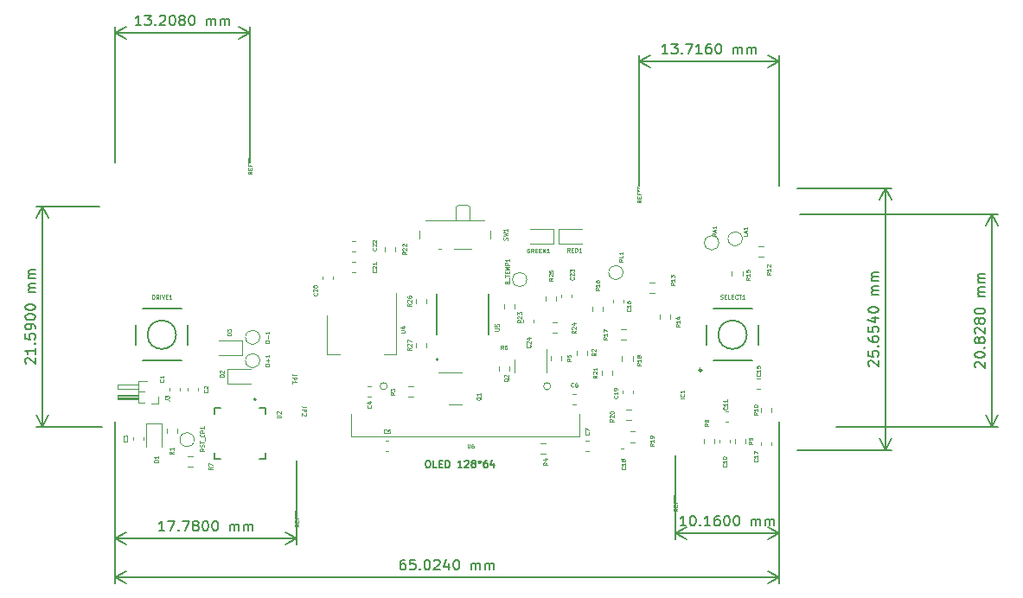
<source format=gbr>
%TF.GenerationSoftware,KiCad,Pcbnew,(6.0.5)*%
%TF.CreationDate,2022-06-05T00:42:26+05:30*%
%TF.ProjectId,PORTABLE_ECG_MACHINE,504f5254-4142-44c4-955f-4543475f4d41,rev-1*%
%TF.SameCoordinates,Original*%
%TF.FileFunction,Legend,Top*%
%TF.FilePolarity,Positive*%
%FSLAX46Y46*%
G04 Gerber Fmt 4.6, Leading zero omitted, Abs format (unit mm)*
G04 Created by KiCad (PCBNEW (6.0.5)) date 2022-06-05 00:42:26*
%MOMM*%
%LPD*%
G01*
G04 APERTURE LIST*
%ADD10C,0.175000*%
%ADD11C,0.150000*%
%ADD12C,0.100000*%
%ADD13C,0.120000*%
%ADD14C,0.127000*%
%ADD15C,0.200000*%
%ADD16C,0.250000*%
G04 APERTURE END LIST*
D10*
X99925013Y-74631544D02*
X100058346Y-74631544D01*
X100125013Y-74664878D01*
X100191680Y-74731544D01*
X100225013Y-74864878D01*
X100225013Y-75098211D01*
X100191680Y-75231544D01*
X100125013Y-75298211D01*
X100058346Y-75331544D01*
X99925013Y-75331544D01*
X99858346Y-75298211D01*
X99791680Y-75231544D01*
X99758346Y-75098211D01*
X99758346Y-74864878D01*
X99791680Y-74731544D01*
X99858346Y-74664878D01*
X99925013Y-74631544D01*
X100858346Y-75331544D02*
X100525013Y-75331544D01*
X100525013Y-74631544D01*
X101091680Y-74964878D02*
X101325013Y-74964878D01*
X101425013Y-75331544D02*
X101091680Y-75331544D01*
X101091680Y-74631544D01*
X101425013Y-74631544D01*
X101725013Y-75331544D02*
X101725013Y-74631544D01*
X101891680Y-74631544D01*
X101991680Y-74664878D01*
X102058346Y-74731544D01*
X102091680Y-74798211D01*
X102125013Y-74931544D01*
X102125013Y-75031544D01*
X102091680Y-75164878D01*
X102058346Y-75231544D01*
X101991680Y-75298211D01*
X101891680Y-75331544D01*
X101725013Y-75331544D01*
X103325013Y-75331544D02*
X102925013Y-75331544D01*
X103125013Y-75331544D02*
X103125013Y-74631544D01*
X103058346Y-74731544D01*
X102991680Y-74798211D01*
X102925013Y-74831544D01*
X103591680Y-74698211D02*
X103625013Y-74664878D01*
X103691680Y-74631544D01*
X103858346Y-74631544D01*
X103925013Y-74664878D01*
X103958346Y-74698211D01*
X103991680Y-74764878D01*
X103991680Y-74831544D01*
X103958346Y-74931544D01*
X103558346Y-75331544D01*
X103991680Y-75331544D01*
X104391680Y-74931544D02*
X104325013Y-74898211D01*
X104291680Y-74864878D01*
X104258346Y-74798211D01*
X104258346Y-74764878D01*
X104291680Y-74698211D01*
X104325013Y-74664878D01*
X104391680Y-74631544D01*
X104525013Y-74631544D01*
X104591680Y-74664878D01*
X104625013Y-74698211D01*
X104658346Y-74764878D01*
X104658346Y-74798211D01*
X104625013Y-74864878D01*
X104591680Y-74898211D01*
X104525013Y-74931544D01*
X104391680Y-74931544D01*
X104325013Y-74964878D01*
X104291680Y-74998211D01*
X104258346Y-75064878D01*
X104258346Y-75198211D01*
X104291680Y-75264878D01*
X104325013Y-75298211D01*
X104391680Y-75331544D01*
X104525013Y-75331544D01*
X104591680Y-75298211D01*
X104625013Y-75264878D01*
X104658346Y-75198211D01*
X104658346Y-75064878D01*
X104625013Y-74998211D01*
X104591680Y-74964878D01*
X104525013Y-74931544D01*
X105058346Y-74631544D02*
X105058346Y-74798211D01*
X104891680Y-74731544D02*
X105058346Y-74798211D01*
X105225013Y-74731544D01*
X104958346Y-74931544D02*
X105058346Y-74798211D01*
X105158346Y-74931544D01*
X105791680Y-74631544D02*
X105658346Y-74631544D01*
X105591680Y-74664878D01*
X105558346Y-74698211D01*
X105491680Y-74798211D01*
X105458346Y-74931544D01*
X105458346Y-75198211D01*
X105491680Y-75264878D01*
X105525013Y-75298211D01*
X105591680Y-75331544D01*
X105725013Y-75331544D01*
X105791680Y-75298211D01*
X105825013Y-75264878D01*
X105858346Y-75198211D01*
X105858346Y-75031544D01*
X105825013Y-74964878D01*
X105791680Y-74931544D01*
X105725013Y-74898211D01*
X105591680Y-74898211D01*
X105525013Y-74931544D01*
X105491680Y-74964878D01*
X105458346Y-75031544D01*
X106458346Y-74864878D02*
X106458346Y-75331544D01*
X106291680Y-74598211D02*
X106125013Y-75098211D01*
X106558346Y-75098211D01*
D11*
X74202060Y-81547180D02*
X73630632Y-81547180D01*
X73916346Y-81547180D02*
X73916346Y-80547180D01*
X73821108Y-80690038D01*
X73725870Y-80785276D01*
X73630632Y-80832895D01*
X74535394Y-80547180D02*
X75202060Y-80547180D01*
X74773489Y-81547180D01*
X75583013Y-81451942D02*
X75630632Y-81499561D01*
X75583013Y-81547180D01*
X75535394Y-81499561D01*
X75583013Y-81451942D01*
X75583013Y-81547180D01*
X75963965Y-80547180D02*
X76630632Y-80547180D01*
X76202060Y-81547180D01*
X77154441Y-80975752D02*
X77059203Y-80928133D01*
X77011584Y-80880514D01*
X76963965Y-80785276D01*
X76963965Y-80737657D01*
X77011584Y-80642419D01*
X77059203Y-80594800D01*
X77154441Y-80547180D01*
X77344918Y-80547180D01*
X77440156Y-80594800D01*
X77487775Y-80642419D01*
X77535394Y-80737657D01*
X77535394Y-80785276D01*
X77487775Y-80880514D01*
X77440156Y-80928133D01*
X77344918Y-80975752D01*
X77154441Y-80975752D01*
X77059203Y-81023371D01*
X77011584Y-81070990D01*
X76963965Y-81166228D01*
X76963965Y-81356704D01*
X77011584Y-81451942D01*
X77059203Y-81499561D01*
X77154441Y-81547180D01*
X77344918Y-81547180D01*
X77440156Y-81499561D01*
X77487775Y-81451942D01*
X77535394Y-81356704D01*
X77535394Y-81166228D01*
X77487775Y-81070990D01*
X77440156Y-81023371D01*
X77344918Y-80975752D01*
X78154441Y-80547180D02*
X78249680Y-80547180D01*
X78344918Y-80594800D01*
X78392537Y-80642419D01*
X78440156Y-80737657D01*
X78487775Y-80928133D01*
X78487775Y-81166228D01*
X78440156Y-81356704D01*
X78392537Y-81451942D01*
X78344918Y-81499561D01*
X78249680Y-81547180D01*
X78154441Y-81547180D01*
X78059203Y-81499561D01*
X78011584Y-81451942D01*
X77963965Y-81356704D01*
X77916346Y-81166228D01*
X77916346Y-80928133D01*
X77963965Y-80737657D01*
X78011584Y-80642419D01*
X78059203Y-80594800D01*
X78154441Y-80547180D01*
X79106822Y-80547180D02*
X79202060Y-80547180D01*
X79297299Y-80594800D01*
X79344918Y-80642419D01*
X79392537Y-80737657D01*
X79440156Y-80928133D01*
X79440156Y-81166228D01*
X79392537Y-81356704D01*
X79344918Y-81451942D01*
X79297299Y-81499561D01*
X79202060Y-81547180D01*
X79106822Y-81547180D01*
X79011584Y-81499561D01*
X78963965Y-81451942D01*
X78916346Y-81356704D01*
X78868727Y-81166228D01*
X78868727Y-80928133D01*
X78916346Y-80737657D01*
X78963965Y-80642419D01*
X79011584Y-80594800D01*
X79106822Y-80547180D01*
X80630632Y-81547180D02*
X80630632Y-80880514D01*
X80630632Y-80975752D02*
X80678251Y-80928133D01*
X80773489Y-80880514D01*
X80916346Y-80880514D01*
X81011584Y-80928133D01*
X81059203Y-81023371D01*
X81059203Y-81547180D01*
X81059203Y-81023371D02*
X81106822Y-80928133D01*
X81202060Y-80880514D01*
X81344918Y-80880514D01*
X81440156Y-80928133D01*
X81487775Y-81023371D01*
X81487775Y-81547180D01*
X81963965Y-81547180D02*
X81963965Y-80880514D01*
X81963965Y-80975752D02*
X82011584Y-80928133D01*
X82106822Y-80880514D01*
X82249680Y-80880514D01*
X82344918Y-80928133D01*
X82392537Y-81023371D01*
X82392537Y-81547180D01*
X82392537Y-81023371D02*
X82440156Y-80928133D01*
X82535394Y-80880514D01*
X82678251Y-80880514D01*
X82773489Y-80928133D01*
X82821108Y-81023371D01*
X82821108Y-81547180D01*
X87139680Y-74616800D02*
X87139680Y-82831220D01*
X69359680Y-74616800D02*
X69359680Y-82831220D01*
X87139680Y-82244800D02*
X69359680Y-82244800D01*
X87139680Y-82244800D02*
X69359680Y-82244800D01*
X87139680Y-82244800D02*
X86013176Y-81658379D01*
X87139680Y-82244800D02*
X86013176Y-82831221D01*
X69359680Y-82244800D02*
X70486184Y-82831221D01*
X69359680Y-82244800D02*
X70486184Y-81658379D01*
X97728822Y-84357180D02*
X97538346Y-84357180D01*
X97443108Y-84404800D01*
X97395489Y-84452419D01*
X97300251Y-84595276D01*
X97252632Y-84785752D01*
X97252632Y-85166704D01*
X97300251Y-85261942D01*
X97347870Y-85309561D01*
X97443108Y-85357180D01*
X97633584Y-85357180D01*
X97728822Y-85309561D01*
X97776441Y-85261942D01*
X97824060Y-85166704D01*
X97824060Y-84928609D01*
X97776441Y-84833371D01*
X97728822Y-84785752D01*
X97633584Y-84738133D01*
X97443108Y-84738133D01*
X97347870Y-84785752D01*
X97300251Y-84833371D01*
X97252632Y-84928609D01*
X98728822Y-84357180D02*
X98252632Y-84357180D01*
X98205013Y-84833371D01*
X98252632Y-84785752D01*
X98347870Y-84738133D01*
X98585965Y-84738133D01*
X98681203Y-84785752D01*
X98728822Y-84833371D01*
X98776441Y-84928609D01*
X98776441Y-85166704D01*
X98728822Y-85261942D01*
X98681203Y-85309561D01*
X98585965Y-85357180D01*
X98347870Y-85357180D01*
X98252632Y-85309561D01*
X98205013Y-85261942D01*
X99205013Y-85261942D02*
X99252632Y-85309561D01*
X99205013Y-85357180D01*
X99157394Y-85309561D01*
X99205013Y-85261942D01*
X99205013Y-85357180D01*
X99871680Y-84357180D02*
X99966918Y-84357180D01*
X100062156Y-84404800D01*
X100109775Y-84452419D01*
X100157394Y-84547657D01*
X100205013Y-84738133D01*
X100205013Y-84976228D01*
X100157394Y-85166704D01*
X100109775Y-85261942D01*
X100062156Y-85309561D01*
X99966918Y-85357180D01*
X99871680Y-85357180D01*
X99776441Y-85309561D01*
X99728822Y-85261942D01*
X99681203Y-85166704D01*
X99633584Y-84976228D01*
X99633584Y-84738133D01*
X99681203Y-84547657D01*
X99728822Y-84452419D01*
X99776441Y-84404800D01*
X99871680Y-84357180D01*
X100585965Y-84452419D02*
X100633584Y-84404800D01*
X100728822Y-84357180D01*
X100966918Y-84357180D01*
X101062156Y-84404800D01*
X101109775Y-84452419D01*
X101157394Y-84547657D01*
X101157394Y-84642895D01*
X101109775Y-84785752D01*
X100538346Y-85357180D01*
X101157394Y-85357180D01*
X102014537Y-84690514D02*
X102014537Y-85357180D01*
X101776441Y-84309561D02*
X101538346Y-85023847D01*
X102157394Y-85023847D01*
X102728822Y-84357180D02*
X102824060Y-84357180D01*
X102919299Y-84404800D01*
X102966918Y-84452419D01*
X103014537Y-84547657D01*
X103062156Y-84738133D01*
X103062156Y-84976228D01*
X103014537Y-85166704D01*
X102966918Y-85261942D01*
X102919299Y-85309561D01*
X102824060Y-85357180D01*
X102728822Y-85357180D01*
X102633584Y-85309561D01*
X102585965Y-85261942D01*
X102538346Y-85166704D01*
X102490727Y-84976228D01*
X102490727Y-84738133D01*
X102538346Y-84547657D01*
X102585965Y-84452419D01*
X102633584Y-84404800D01*
X102728822Y-84357180D01*
X104252632Y-85357180D02*
X104252632Y-84690514D01*
X104252632Y-84785752D02*
X104300251Y-84738133D01*
X104395489Y-84690514D01*
X104538346Y-84690514D01*
X104633584Y-84738133D01*
X104681203Y-84833371D01*
X104681203Y-85357180D01*
X104681203Y-84833371D02*
X104728822Y-84738133D01*
X104824060Y-84690514D01*
X104966918Y-84690514D01*
X105062156Y-84738133D01*
X105109775Y-84833371D01*
X105109775Y-85357180D01*
X105585965Y-85357180D02*
X105585965Y-84690514D01*
X105585965Y-84785752D02*
X105633584Y-84738133D01*
X105728822Y-84690514D01*
X105871680Y-84690514D01*
X105966918Y-84738133D01*
X106014537Y-84833371D01*
X106014537Y-85357180D01*
X106014537Y-84833371D02*
X106062156Y-84738133D01*
X106157394Y-84690514D01*
X106300251Y-84690514D01*
X106395489Y-84738133D01*
X106443108Y-84833371D01*
X106443108Y-85357180D01*
X134383680Y-70806800D02*
X134383680Y-86641220D01*
X69359680Y-70806800D02*
X69359680Y-86641220D01*
X134383680Y-86054800D02*
X69359680Y-86054800D01*
X134383680Y-86054800D02*
X69359680Y-86054800D01*
X134383680Y-86054800D02*
X133257176Y-85468379D01*
X134383680Y-86054800D02*
X133257176Y-86641221D01*
X69359680Y-86054800D02*
X70486184Y-86641221D01*
X69359680Y-86054800D02*
X70486184Y-85468379D01*
X143195299Y-65400847D02*
X143147680Y-65353228D01*
X143100060Y-65257990D01*
X143100060Y-65019895D01*
X143147680Y-64924657D01*
X143195299Y-64877038D01*
X143290537Y-64829419D01*
X143385775Y-64829419D01*
X143528632Y-64877038D01*
X144100060Y-65448466D01*
X144100060Y-64829419D01*
X143100060Y-63924657D02*
X143100060Y-64400847D01*
X143576251Y-64448466D01*
X143528632Y-64400847D01*
X143481013Y-64305609D01*
X143481013Y-64067514D01*
X143528632Y-63972276D01*
X143576251Y-63924657D01*
X143671489Y-63877038D01*
X143909584Y-63877038D01*
X144004822Y-63924657D01*
X144052441Y-63972276D01*
X144100060Y-64067514D01*
X144100060Y-64305609D01*
X144052441Y-64400847D01*
X144004822Y-64448466D01*
X144004822Y-63448466D02*
X144052441Y-63400847D01*
X144100060Y-63448466D01*
X144052441Y-63496085D01*
X144004822Y-63448466D01*
X144100060Y-63448466D01*
X143100060Y-62543704D02*
X143100060Y-62734180D01*
X143147680Y-62829419D01*
X143195299Y-62877038D01*
X143338156Y-62972276D01*
X143528632Y-63019895D01*
X143909584Y-63019895D01*
X144004822Y-62972276D01*
X144052441Y-62924657D01*
X144100060Y-62829419D01*
X144100060Y-62638942D01*
X144052441Y-62543704D01*
X144004822Y-62496085D01*
X143909584Y-62448466D01*
X143671489Y-62448466D01*
X143576251Y-62496085D01*
X143528632Y-62543704D01*
X143481013Y-62638942D01*
X143481013Y-62829419D01*
X143528632Y-62924657D01*
X143576251Y-62972276D01*
X143671489Y-63019895D01*
X143100060Y-61543704D02*
X143100060Y-62019895D01*
X143576251Y-62067514D01*
X143528632Y-62019895D01*
X143481013Y-61924657D01*
X143481013Y-61686561D01*
X143528632Y-61591323D01*
X143576251Y-61543704D01*
X143671489Y-61496085D01*
X143909584Y-61496085D01*
X144004822Y-61543704D01*
X144052441Y-61591323D01*
X144100060Y-61686561D01*
X144100060Y-61924657D01*
X144052441Y-62019895D01*
X144004822Y-62067514D01*
X143433394Y-60638942D02*
X144100060Y-60638942D01*
X143052441Y-60877038D02*
X143766727Y-61115133D01*
X143766727Y-60496085D01*
X143100060Y-59924657D02*
X143100060Y-59829419D01*
X143147680Y-59734180D01*
X143195299Y-59686561D01*
X143290537Y-59638942D01*
X143481013Y-59591323D01*
X143719108Y-59591323D01*
X143909584Y-59638942D01*
X144004822Y-59686561D01*
X144052441Y-59734180D01*
X144100060Y-59829419D01*
X144100060Y-59924657D01*
X144052441Y-60019895D01*
X144004822Y-60067514D01*
X143909584Y-60115133D01*
X143719108Y-60162752D01*
X143481013Y-60162752D01*
X143290537Y-60115133D01*
X143195299Y-60067514D01*
X143147680Y-60019895D01*
X143100060Y-59924657D01*
X144100060Y-58400847D02*
X143433394Y-58400847D01*
X143528632Y-58400847D02*
X143481013Y-58353228D01*
X143433394Y-58257990D01*
X143433394Y-58115133D01*
X143481013Y-58019895D01*
X143576251Y-57972276D01*
X144100060Y-57972276D01*
X143576251Y-57972276D02*
X143481013Y-57924657D01*
X143433394Y-57829419D01*
X143433394Y-57686561D01*
X143481013Y-57591323D01*
X143576251Y-57543704D01*
X144100060Y-57543704D01*
X144100060Y-57067514D02*
X143433394Y-57067514D01*
X143528632Y-57067514D02*
X143481013Y-57019895D01*
X143433394Y-56924657D01*
X143433394Y-56781800D01*
X143481013Y-56686561D01*
X143576251Y-56638942D01*
X144100060Y-56638942D01*
X143576251Y-56638942D02*
X143481013Y-56591323D01*
X143433394Y-56496085D01*
X143433394Y-56353228D01*
X143481013Y-56257990D01*
X143576251Y-56210371D01*
X144100060Y-56210371D01*
X136153680Y-73608800D02*
X145384100Y-73608800D01*
X136153680Y-47954800D02*
X145384100Y-47954800D01*
X144797680Y-73608800D02*
X144797680Y-47954800D01*
X144797680Y-73608800D02*
X144797680Y-47954800D01*
X144797680Y-73608800D02*
X145384101Y-72482296D01*
X144797680Y-73608800D02*
X144211259Y-72482296D01*
X144797680Y-47954800D02*
X144211259Y-49081304D01*
X144797680Y-47954800D02*
X145384101Y-49081304D01*
X71916060Y-32017180D02*
X71344632Y-32017180D01*
X71630346Y-32017180D02*
X71630346Y-31017180D01*
X71535108Y-31160038D01*
X71439870Y-31255276D01*
X71344632Y-31302895D01*
X72249394Y-31017180D02*
X72868441Y-31017180D01*
X72535108Y-31398133D01*
X72677965Y-31398133D01*
X72773203Y-31445752D01*
X72820822Y-31493371D01*
X72868441Y-31588609D01*
X72868441Y-31826704D01*
X72820822Y-31921942D01*
X72773203Y-31969561D01*
X72677965Y-32017180D01*
X72392251Y-32017180D01*
X72297013Y-31969561D01*
X72249394Y-31921942D01*
X73297013Y-31921942D02*
X73344632Y-31969561D01*
X73297013Y-32017180D01*
X73249394Y-31969561D01*
X73297013Y-31921942D01*
X73297013Y-32017180D01*
X73725584Y-31112419D02*
X73773203Y-31064800D01*
X73868441Y-31017180D01*
X74106537Y-31017180D01*
X74201775Y-31064800D01*
X74249394Y-31112419D01*
X74297013Y-31207657D01*
X74297013Y-31302895D01*
X74249394Y-31445752D01*
X73677965Y-32017180D01*
X74297013Y-32017180D01*
X74916060Y-31017180D02*
X75011299Y-31017180D01*
X75106537Y-31064800D01*
X75154156Y-31112419D01*
X75201775Y-31207657D01*
X75249394Y-31398133D01*
X75249394Y-31636228D01*
X75201775Y-31826704D01*
X75154156Y-31921942D01*
X75106537Y-31969561D01*
X75011299Y-32017180D01*
X74916060Y-32017180D01*
X74820822Y-31969561D01*
X74773203Y-31921942D01*
X74725584Y-31826704D01*
X74677965Y-31636228D01*
X74677965Y-31398133D01*
X74725584Y-31207657D01*
X74773203Y-31112419D01*
X74820822Y-31064800D01*
X74916060Y-31017180D01*
X75820822Y-31445752D02*
X75725584Y-31398133D01*
X75677965Y-31350514D01*
X75630346Y-31255276D01*
X75630346Y-31207657D01*
X75677965Y-31112419D01*
X75725584Y-31064800D01*
X75820822Y-31017180D01*
X76011299Y-31017180D01*
X76106537Y-31064800D01*
X76154156Y-31112419D01*
X76201775Y-31207657D01*
X76201775Y-31255276D01*
X76154156Y-31350514D01*
X76106537Y-31398133D01*
X76011299Y-31445752D01*
X75820822Y-31445752D01*
X75725584Y-31493371D01*
X75677965Y-31540990D01*
X75630346Y-31636228D01*
X75630346Y-31826704D01*
X75677965Y-31921942D01*
X75725584Y-31969561D01*
X75820822Y-32017180D01*
X76011299Y-32017180D01*
X76106537Y-31969561D01*
X76154156Y-31921942D01*
X76201775Y-31826704D01*
X76201775Y-31636228D01*
X76154156Y-31540990D01*
X76106537Y-31493371D01*
X76011299Y-31445752D01*
X76820822Y-31017180D02*
X76916060Y-31017180D01*
X77011299Y-31064800D01*
X77058918Y-31112419D01*
X77106537Y-31207657D01*
X77154156Y-31398133D01*
X77154156Y-31636228D01*
X77106537Y-31826704D01*
X77058918Y-31921942D01*
X77011299Y-31969561D01*
X76916060Y-32017180D01*
X76820822Y-32017180D01*
X76725584Y-31969561D01*
X76677965Y-31921942D01*
X76630346Y-31826704D01*
X76582727Y-31636228D01*
X76582727Y-31398133D01*
X76630346Y-31207657D01*
X76677965Y-31112419D01*
X76725584Y-31064800D01*
X76820822Y-31017180D01*
X78344632Y-32017180D02*
X78344632Y-31350514D01*
X78344632Y-31445752D02*
X78392251Y-31398133D01*
X78487489Y-31350514D01*
X78630346Y-31350514D01*
X78725584Y-31398133D01*
X78773203Y-31493371D01*
X78773203Y-32017180D01*
X78773203Y-31493371D02*
X78820822Y-31398133D01*
X78916060Y-31350514D01*
X79058918Y-31350514D01*
X79154156Y-31398133D01*
X79201775Y-31493371D01*
X79201775Y-32017180D01*
X79677965Y-32017180D02*
X79677965Y-31350514D01*
X79677965Y-31445752D02*
X79725584Y-31398133D01*
X79820822Y-31350514D01*
X79963680Y-31350514D01*
X80058918Y-31398133D01*
X80106537Y-31493371D01*
X80106537Y-32017180D01*
X80106537Y-31493371D02*
X80154156Y-31398133D01*
X80249394Y-31350514D01*
X80392251Y-31350514D01*
X80487489Y-31398133D01*
X80535108Y-31493371D01*
X80535108Y-32017180D01*
X82567680Y-45422800D02*
X82567680Y-32128380D01*
X69359680Y-45422800D02*
X69359680Y-32128380D01*
X82567680Y-32714800D02*
X69359680Y-32714800D01*
X82567680Y-32714800D02*
X69359680Y-32714800D01*
X82567680Y-32714800D02*
X81441176Y-32128379D01*
X82567680Y-32714800D02*
X81441176Y-33301221D01*
X69359680Y-32714800D02*
X70486184Y-33301221D01*
X69359680Y-32714800D02*
X70486184Y-32128379D01*
X125256060Y-81039180D02*
X124684632Y-81039180D01*
X124970346Y-81039180D02*
X124970346Y-80039180D01*
X124875108Y-80182038D01*
X124779870Y-80277276D01*
X124684632Y-80324895D01*
X125875108Y-80039180D02*
X125970346Y-80039180D01*
X126065584Y-80086800D01*
X126113203Y-80134419D01*
X126160822Y-80229657D01*
X126208441Y-80420133D01*
X126208441Y-80658228D01*
X126160822Y-80848704D01*
X126113203Y-80943942D01*
X126065584Y-80991561D01*
X125970346Y-81039180D01*
X125875108Y-81039180D01*
X125779870Y-80991561D01*
X125732251Y-80943942D01*
X125684632Y-80848704D01*
X125637013Y-80658228D01*
X125637013Y-80420133D01*
X125684632Y-80229657D01*
X125732251Y-80134419D01*
X125779870Y-80086800D01*
X125875108Y-80039180D01*
X126637013Y-80943942D02*
X126684632Y-80991561D01*
X126637013Y-81039180D01*
X126589394Y-80991561D01*
X126637013Y-80943942D01*
X126637013Y-81039180D01*
X127637013Y-81039180D02*
X127065584Y-81039180D01*
X127351299Y-81039180D02*
X127351299Y-80039180D01*
X127256060Y-80182038D01*
X127160822Y-80277276D01*
X127065584Y-80324895D01*
X128494156Y-80039180D02*
X128303680Y-80039180D01*
X128208441Y-80086800D01*
X128160822Y-80134419D01*
X128065584Y-80277276D01*
X128017965Y-80467752D01*
X128017965Y-80848704D01*
X128065584Y-80943942D01*
X128113203Y-80991561D01*
X128208441Y-81039180D01*
X128398918Y-81039180D01*
X128494156Y-80991561D01*
X128541775Y-80943942D01*
X128589394Y-80848704D01*
X128589394Y-80610609D01*
X128541775Y-80515371D01*
X128494156Y-80467752D01*
X128398918Y-80420133D01*
X128208441Y-80420133D01*
X128113203Y-80467752D01*
X128065584Y-80515371D01*
X128017965Y-80610609D01*
X129208441Y-80039180D02*
X129303680Y-80039180D01*
X129398918Y-80086800D01*
X129446537Y-80134419D01*
X129494156Y-80229657D01*
X129541775Y-80420133D01*
X129541775Y-80658228D01*
X129494156Y-80848704D01*
X129446537Y-80943942D01*
X129398918Y-80991561D01*
X129303680Y-81039180D01*
X129208441Y-81039180D01*
X129113203Y-80991561D01*
X129065584Y-80943942D01*
X129017965Y-80848704D01*
X128970346Y-80658228D01*
X128970346Y-80420133D01*
X129017965Y-80229657D01*
X129065584Y-80134419D01*
X129113203Y-80086800D01*
X129208441Y-80039180D01*
X130160822Y-80039180D02*
X130256060Y-80039180D01*
X130351299Y-80086800D01*
X130398918Y-80134419D01*
X130446537Y-80229657D01*
X130494156Y-80420133D01*
X130494156Y-80658228D01*
X130446537Y-80848704D01*
X130398918Y-80943942D01*
X130351299Y-80991561D01*
X130256060Y-81039180D01*
X130160822Y-81039180D01*
X130065584Y-80991561D01*
X130017965Y-80943942D01*
X129970346Y-80848704D01*
X129922727Y-80658228D01*
X129922727Y-80420133D01*
X129970346Y-80229657D01*
X130017965Y-80134419D01*
X130065584Y-80086800D01*
X130160822Y-80039180D01*
X131684632Y-81039180D02*
X131684632Y-80372514D01*
X131684632Y-80467752D02*
X131732251Y-80420133D01*
X131827489Y-80372514D01*
X131970346Y-80372514D01*
X132065584Y-80420133D01*
X132113203Y-80515371D01*
X132113203Y-81039180D01*
X132113203Y-80515371D02*
X132160822Y-80420133D01*
X132256060Y-80372514D01*
X132398918Y-80372514D01*
X132494156Y-80420133D01*
X132541775Y-80515371D01*
X132541775Y-81039180D01*
X133017965Y-81039180D02*
X133017965Y-80372514D01*
X133017965Y-80467752D02*
X133065584Y-80420133D01*
X133160822Y-80372514D01*
X133303680Y-80372514D01*
X133398918Y-80420133D01*
X133446537Y-80515371D01*
X133446537Y-81039180D01*
X133446537Y-80515371D02*
X133494156Y-80420133D01*
X133589394Y-80372514D01*
X133732251Y-80372514D01*
X133827489Y-80420133D01*
X133875108Y-80515371D01*
X133875108Y-81039180D01*
X124223680Y-74108800D02*
X124223680Y-82323220D01*
X134383680Y-74108800D02*
X134383680Y-82323220D01*
X124223680Y-81736800D02*
X134383680Y-81736800D01*
X124223680Y-81736800D02*
X134383680Y-81736800D01*
X124223680Y-81736800D02*
X125350184Y-82323221D01*
X124223680Y-81736800D02*
X125350184Y-81150379D01*
X134383680Y-81736800D02*
X133257176Y-81150379D01*
X134383680Y-81736800D02*
X133257176Y-82323221D01*
X123478060Y-34811180D02*
X122906632Y-34811180D01*
X123192346Y-34811180D02*
X123192346Y-33811180D01*
X123097108Y-33954038D01*
X123001870Y-34049276D01*
X122906632Y-34096895D01*
X123811394Y-33811180D02*
X124430441Y-33811180D01*
X124097108Y-34192133D01*
X124239965Y-34192133D01*
X124335203Y-34239752D01*
X124382822Y-34287371D01*
X124430441Y-34382609D01*
X124430441Y-34620704D01*
X124382822Y-34715942D01*
X124335203Y-34763561D01*
X124239965Y-34811180D01*
X123954251Y-34811180D01*
X123859013Y-34763561D01*
X123811394Y-34715942D01*
X124859013Y-34715942D02*
X124906632Y-34763561D01*
X124859013Y-34811180D01*
X124811394Y-34763561D01*
X124859013Y-34715942D01*
X124859013Y-34811180D01*
X125239965Y-33811180D02*
X125906632Y-33811180D01*
X125478060Y-34811180D01*
X126811394Y-34811180D02*
X126239965Y-34811180D01*
X126525680Y-34811180D02*
X126525680Y-33811180D01*
X126430441Y-33954038D01*
X126335203Y-34049276D01*
X126239965Y-34096895D01*
X127668537Y-33811180D02*
X127478060Y-33811180D01*
X127382822Y-33858800D01*
X127335203Y-33906419D01*
X127239965Y-34049276D01*
X127192346Y-34239752D01*
X127192346Y-34620704D01*
X127239965Y-34715942D01*
X127287584Y-34763561D01*
X127382822Y-34811180D01*
X127573299Y-34811180D01*
X127668537Y-34763561D01*
X127716156Y-34715942D01*
X127763775Y-34620704D01*
X127763775Y-34382609D01*
X127716156Y-34287371D01*
X127668537Y-34239752D01*
X127573299Y-34192133D01*
X127382822Y-34192133D01*
X127287584Y-34239752D01*
X127239965Y-34287371D01*
X127192346Y-34382609D01*
X128382822Y-33811180D02*
X128478060Y-33811180D01*
X128573299Y-33858800D01*
X128620918Y-33906419D01*
X128668537Y-34001657D01*
X128716156Y-34192133D01*
X128716156Y-34430228D01*
X128668537Y-34620704D01*
X128620918Y-34715942D01*
X128573299Y-34763561D01*
X128478060Y-34811180D01*
X128382822Y-34811180D01*
X128287584Y-34763561D01*
X128239965Y-34715942D01*
X128192346Y-34620704D01*
X128144727Y-34430228D01*
X128144727Y-34192133D01*
X128192346Y-34001657D01*
X128239965Y-33906419D01*
X128287584Y-33858800D01*
X128382822Y-33811180D01*
X129906632Y-34811180D02*
X129906632Y-34144514D01*
X129906632Y-34239752D02*
X129954251Y-34192133D01*
X130049489Y-34144514D01*
X130192346Y-34144514D01*
X130287584Y-34192133D01*
X130335203Y-34287371D01*
X130335203Y-34811180D01*
X130335203Y-34287371D02*
X130382822Y-34192133D01*
X130478060Y-34144514D01*
X130620918Y-34144514D01*
X130716156Y-34192133D01*
X130763775Y-34287371D01*
X130763775Y-34811180D01*
X131239965Y-34811180D02*
X131239965Y-34144514D01*
X131239965Y-34239752D02*
X131287584Y-34192133D01*
X131382822Y-34144514D01*
X131525680Y-34144514D01*
X131620918Y-34192133D01*
X131668537Y-34287371D01*
X131668537Y-34811180D01*
X131668537Y-34287371D02*
X131716156Y-34192133D01*
X131811394Y-34144514D01*
X131954251Y-34144514D01*
X132049489Y-34192133D01*
X132097108Y-34287371D01*
X132097108Y-34811180D01*
X120667680Y-47708800D02*
X120667680Y-34922380D01*
X134383680Y-47708800D02*
X134383680Y-34922380D01*
X120667680Y-35508800D02*
X134383680Y-35508800D01*
X120667680Y-35508800D02*
X134383680Y-35508800D01*
X120667680Y-35508800D02*
X121794184Y-36095221D01*
X120667680Y-35508800D02*
X121794184Y-34922379D01*
X134383680Y-35508800D02*
X133257176Y-34922379D01*
X134383680Y-35508800D02*
X133257176Y-36095221D01*
X153609299Y-65527847D02*
X153561680Y-65480228D01*
X153514060Y-65384990D01*
X153514060Y-65146895D01*
X153561680Y-65051657D01*
X153609299Y-65004038D01*
X153704537Y-64956419D01*
X153799775Y-64956419D01*
X153942632Y-65004038D01*
X154514060Y-65575466D01*
X154514060Y-64956419D01*
X153514060Y-64337371D02*
X153514060Y-64242133D01*
X153561680Y-64146895D01*
X153609299Y-64099276D01*
X153704537Y-64051657D01*
X153895013Y-64004038D01*
X154133108Y-64004038D01*
X154323584Y-64051657D01*
X154418822Y-64099276D01*
X154466441Y-64146895D01*
X154514060Y-64242133D01*
X154514060Y-64337371D01*
X154466441Y-64432609D01*
X154418822Y-64480228D01*
X154323584Y-64527847D01*
X154133108Y-64575466D01*
X153895013Y-64575466D01*
X153704537Y-64527847D01*
X153609299Y-64480228D01*
X153561680Y-64432609D01*
X153514060Y-64337371D01*
X154418822Y-63575466D02*
X154466441Y-63527847D01*
X154514060Y-63575466D01*
X154466441Y-63623085D01*
X154418822Y-63575466D01*
X154514060Y-63575466D01*
X153942632Y-62956419D02*
X153895013Y-63051657D01*
X153847394Y-63099276D01*
X153752156Y-63146895D01*
X153704537Y-63146895D01*
X153609299Y-63099276D01*
X153561680Y-63051657D01*
X153514060Y-62956419D01*
X153514060Y-62765942D01*
X153561680Y-62670704D01*
X153609299Y-62623085D01*
X153704537Y-62575466D01*
X153752156Y-62575466D01*
X153847394Y-62623085D01*
X153895013Y-62670704D01*
X153942632Y-62765942D01*
X153942632Y-62956419D01*
X153990251Y-63051657D01*
X154037870Y-63099276D01*
X154133108Y-63146895D01*
X154323584Y-63146895D01*
X154418822Y-63099276D01*
X154466441Y-63051657D01*
X154514060Y-62956419D01*
X154514060Y-62765942D01*
X154466441Y-62670704D01*
X154418822Y-62623085D01*
X154323584Y-62575466D01*
X154133108Y-62575466D01*
X154037870Y-62623085D01*
X153990251Y-62670704D01*
X153942632Y-62765942D01*
X153609299Y-62194514D02*
X153561680Y-62146895D01*
X153514060Y-62051657D01*
X153514060Y-61813561D01*
X153561680Y-61718323D01*
X153609299Y-61670704D01*
X153704537Y-61623085D01*
X153799775Y-61623085D01*
X153942632Y-61670704D01*
X154514060Y-62242133D01*
X154514060Y-61623085D01*
X153942632Y-61051657D02*
X153895013Y-61146895D01*
X153847394Y-61194514D01*
X153752156Y-61242133D01*
X153704537Y-61242133D01*
X153609299Y-61194514D01*
X153561680Y-61146895D01*
X153514060Y-61051657D01*
X153514060Y-60861180D01*
X153561680Y-60765942D01*
X153609299Y-60718323D01*
X153704537Y-60670704D01*
X153752156Y-60670704D01*
X153847394Y-60718323D01*
X153895013Y-60765942D01*
X153942632Y-60861180D01*
X153942632Y-61051657D01*
X153990251Y-61146895D01*
X154037870Y-61194514D01*
X154133108Y-61242133D01*
X154323584Y-61242133D01*
X154418822Y-61194514D01*
X154466441Y-61146895D01*
X154514060Y-61051657D01*
X154514060Y-60861180D01*
X154466441Y-60765942D01*
X154418822Y-60718323D01*
X154323584Y-60670704D01*
X154133108Y-60670704D01*
X154037870Y-60718323D01*
X153990251Y-60765942D01*
X153942632Y-60861180D01*
X153514060Y-60051657D02*
X153514060Y-59956419D01*
X153561680Y-59861180D01*
X153609299Y-59813561D01*
X153704537Y-59765942D01*
X153895013Y-59718323D01*
X154133108Y-59718323D01*
X154323584Y-59765942D01*
X154418822Y-59813561D01*
X154466441Y-59861180D01*
X154514060Y-59956419D01*
X154514060Y-60051657D01*
X154466441Y-60146895D01*
X154418822Y-60194514D01*
X154323584Y-60242133D01*
X154133108Y-60289752D01*
X153895013Y-60289752D01*
X153704537Y-60242133D01*
X153609299Y-60194514D01*
X153561680Y-60146895D01*
X153514060Y-60051657D01*
X154514060Y-58527847D02*
X153847394Y-58527847D01*
X153942632Y-58527847D02*
X153895013Y-58480228D01*
X153847394Y-58384990D01*
X153847394Y-58242133D01*
X153895013Y-58146895D01*
X153990251Y-58099276D01*
X154514060Y-58099276D01*
X153990251Y-58099276D02*
X153895013Y-58051657D01*
X153847394Y-57956419D01*
X153847394Y-57813561D01*
X153895013Y-57718323D01*
X153990251Y-57670704D01*
X154514060Y-57670704D01*
X154514060Y-57194514D02*
X153847394Y-57194514D01*
X153942632Y-57194514D02*
X153895013Y-57146895D01*
X153847394Y-57051657D01*
X153847394Y-56908800D01*
X153895013Y-56813561D01*
X153990251Y-56765942D01*
X154514060Y-56765942D01*
X153990251Y-56765942D02*
X153895013Y-56718323D01*
X153847394Y-56623085D01*
X153847394Y-56480228D01*
X153895013Y-56384990D01*
X153990251Y-56337371D01*
X154514060Y-56337371D01*
X139963680Y-71322800D02*
X155798100Y-71322800D01*
X155798100Y-50494800D02*
X136407680Y-50494800D01*
X155211680Y-71322800D02*
X155211680Y-50494800D01*
X155211680Y-71322800D02*
X155211680Y-50494800D01*
X155211680Y-71322800D02*
X155798101Y-70196296D01*
X155211680Y-71322800D02*
X154625259Y-70196296D01*
X155211680Y-50494800D02*
X154625259Y-51621304D01*
X155211680Y-50494800D02*
X155798101Y-51621304D01*
X60645299Y-65146847D02*
X60597680Y-65099228D01*
X60550060Y-65003990D01*
X60550060Y-64765895D01*
X60597680Y-64670657D01*
X60645299Y-64623038D01*
X60740537Y-64575419D01*
X60835775Y-64575419D01*
X60978632Y-64623038D01*
X61550060Y-65194466D01*
X61550060Y-64575419D01*
X61550060Y-63623038D02*
X61550060Y-64194466D01*
X61550060Y-63908752D02*
X60550060Y-63908752D01*
X60692918Y-64003990D01*
X60788156Y-64099228D01*
X60835775Y-64194466D01*
X61454822Y-63194466D02*
X61502441Y-63146847D01*
X61550060Y-63194466D01*
X61502441Y-63242085D01*
X61454822Y-63194466D01*
X61550060Y-63194466D01*
X60550060Y-62242085D02*
X60550060Y-62718276D01*
X61026251Y-62765895D01*
X60978632Y-62718276D01*
X60931013Y-62623038D01*
X60931013Y-62384942D01*
X60978632Y-62289704D01*
X61026251Y-62242085D01*
X61121489Y-62194466D01*
X61359584Y-62194466D01*
X61454822Y-62242085D01*
X61502441Y-62289704D01*
X61550060Y-62384942D01*
X61550060Y-62623038D01*
X61502441Y-62718276D01*
X61454822Y-62765895D01*
X61550060Y-61718276D02*
X61550060Y-61527800D01*
X61502441Y-61432561D01*
X61454822Y-61384942D01*
X61311965Y-61289704D01*
X61121489Y-61242085D01*
X60740537Y-61242085D01*
X60645299Y-61289704D01*
X60597680Y-61337323D01*
X60550060Y-61432561D01*
X60550060Y-61623038D01*
X60597680Y-61718276D01*
X60645299Y-61765895D01*
X60740537Y-61813514D01*
X60978632Y-61813514D01*
X61073870Y-61765895D01*
X61121489Y-61718276D01*
X61169108Y-61623038D01*
X61169108Y-61432561D01*
X61121489Y-61337323D01*
X61073870Y-61289704D01*
X60978632Y-61242085D01*
X60550060Y-60623038D02*
X60550060Y-60527800D01*
X60597680Y-60432561D01*
X60645299Y-60384942D01*
X60740537Y-60337323D01*
X60931013Y-60289704D01*
X61169108Y-60289704D01*
X61359584Y-60337323D01*
X61454822Y-60384942D01*
X61502441Y-60432561D01*
X61550060Y-60527800D01*
X61550060Y-60623038D01*
X61502441Y-60718276D01*
X61454822Y-60765895D01*
X61359584Y-60813514D01*
X61169108Y-60861133D01*
X60931013Y-60861133D01*
X60740537Y-60813514D01*
X60645299Y-60765895D01*
X60597680Y-60718276D01*
X60550060Y-60623038D01*
X60550060Y-59670657D02*
X60550060Y-59575419D01*
X60597680Y-59480180D01*
X60645299Y-59432561D01*
X60740537Y-59384942D01*
X60931013Y-59337323D01*
X61169108Y-59337323D01*
X61359584Y-59384942D01*
X61454822Y-59432561D01*
X61502441Y-59480180D01*
X61550060Y-59575419D01*
X61550060Y-59670657D01*
X61502441Y-59765895D01*
X61454822Y-59813514D01*
X61359584Y-59861133D01*
X61169108Y-59908752D01*
X60931013Y-59908752D01*
X60740537Y-59861133D01*
X60645299Y-59813514D01*
X60597680Y-59765895D01*
X60550060Y-59670657D01*
X61550060Y-58146847D02*
X60883394Y-58146847D01*
X60978632Y-58146847D02*
X60931013Y-58099228D01*
X60883394Y-58003990D01*
X60883394Y-57861133D01*
X60931013Y-57765895D01*
X61026251Y-57718276D01*
X61550060Y-57718276D01*
X61026251Y-57718276D02*
X60931013Y-57670657D01*
X60883394Y-57575419D01*
X60883394Y-57432561D01*
X60931013Y-57337323D01*
X61026251Y-57289704D01*
X61550060Y-57289704D01*
X61550060Y-56813514D02*
X60883394Y-56813514D01*
X60978632Y-56813514D02*
X60931013Y-56765895D01*
X60883394Y-56670657D01*
X60883394Y-56527800D01*
X60931013Y-56432561D01*
X61026251Y-56384942D01*
X61550060Y-56384942D01*
X61026251Y-56384942D02*
X60931013Y-56337323D01*
X60883394Y-56242085D01*
X60883394Y-56099228D01*
X60931013Y-56003990D01*
X61026251Y-55956371D01*
X61550060Y-55956371D01*
X68097680Y-71322800D02*
X61661260Y-71322800D01*
X61661260Y-49732800D02*
X67843680Y-49732800D01*
X62247680Y-71322800D02*
X62247680Y-49732800D01*
X62247680Y-71322800D02*
X62247680Y-49732800D01*
X62247680Y-71322800D02*
X62834101Y-70196296D01*
X62247680Y-71322800D02*
X61661259Y-70196296D01*
X62247680Y-49732800D02*
X61661259Y-50859304D01*
X62247680Y-49732800D02*
X62834101Y-50859304D01*
D12*
%TO.C,R3*%
X96718632Y-67969544D02*
X96528156Y-68102878D01*
X96718632Y-68198116D02*
X96318632Y-68198116D01*
X96318632Y-68045735D01*
X96337680Y-68007639D01*
X96356727Y-67988592D01*
X96394822Y-67969544D01*
X96451965Y-67969544D01*
X96490060Y-67988592D01*
X96509108Y-68007639D01*
X96528156Y-68045735D01*
X96528156Y-68198116D01*
X96318632Y-67836211D02*
X96318632Y-67588592D01*
X96471013Y-67721925D01*
X96471013Y-67664782D01*
X96490060Y-67626687D01*
X96509108Y-67607639D01*
X96547203Y-67588592D01*
X96642441Y-67588592D01*
X96680537Y-67607639D01*
X96699584Y-67626687D01*
X96718632Y-67664782D01*
X96718632Y-67779068D01*
X96699584Y-67817163D01*
X96680537Y-67836211D01*
%TO.C,JP1*%
X87104727Y-66299544D02*
X86819013Y-66299544D01*
X86761870Y-66280497D01*
X86723775Y-66242401D01*
X86704727Y-66185258D01*
X86704727Y-66147163D01*
X86704727Y-66490020D02*
X87104727Y-66490020D01*
X87104727Y-66642401D01*
X87085680Y-66680497D01*
X87066632Y-66699544D01*
X87028537Y-66718592D01*
X86971394Y-66718592D01*
X86933299Y-66699544D01*
X86914251Y-66680497D01*
X86895203Y-66642401D01*
X86895203Y-66490020D01*
X86704727Y-67099544D02*
X86704727Y-66870973D01*
X86704727Y-66985258D02*
X87104727Y-66985258D01*
X87047584Y-66947163D01*
X87009489Y-66909068D01*
X86990441Y-66870973D01*
%TO.C,R14*%
X124658632Y-61302020D02*
X124468156Y-61435354D01*
X124658632Y-61530592D02*
X124258632Y-61530592D01*
X124258632Y-61378211D01*
X124277680Y-61340116D01*
X124296727Y-61321068D01*
X124334822Y-61302020D01*
X124391965Y-61302020D01*
X124430060Y-61321068D01*
X124449108Y-61340116D01*
X124468156Y-61378211D01*
X124468156Y-61530592D01*
X124658632Y-60921068D02*
X124658632Y-61149639D01*
X124658632Y-61035354D02*
X124258632Y-61035354D01*
X124315775Y-61073449D01*
X124353870Y-61111544D01*
X124372918Y-61149639D01*
X124391965Y-60578211D02*
X124658632Y-60578211D01*
X124239584Y-60673449D02*
X124525299Y-60768687D01*
X124525299Y-60521068D01*
%TO.C,RST_CP1*%
X78080952Y-73461904D02*
X77890476Y-73595238D01*
X78080952Y-73690476D02*
X77680952Y-73690476D01*
X77680952Y-73538095D01*
X77700000Y-73500000D01*
X77719047Y-73480952D01*
X77757142Y-73461904D01*
X77814285Y-73461904D01*
X77852380Y-73480952D01*
X77871428Y-73500000D01*
X77890476Y-73538095D01*
X77890476Y-73690476D01*
X78061904Y-73309523D02*
X78080952Y-73252380D01*
X78080952Y-73157142D01*
X78061904Y-73119047D01*
X78042857Y-73100000D01*
X78004761Y-73080952D01*
X77966666Y-73080952D01*
X77928571Y-73100000D01*
X77909523Y-73119047D01*
X77890476Y-73157142D01*
X77871428Y-73233333D01*
X77852380Y-73271428D01*
X77833333Y-73290476D01*
X77795238Y-73309523D01*
X77757142Y-73309523D01*
X77719047Y-73290476D01*
X77700000Y-73271428D01*
X77680952Y-73233333D01*
X77680952Y-73138095D01*
X77700000Y-73080952D01*
X77680952Y-72966666D02*
X77680952Y-72738095D01*
X78080952Y-72852380D02*
X77680952Y-72852380D01*
X78119047Y-72700000D02*
X78119047Y-72395238D01*
X78042857Y-72071428D02*
X78061904Y-72090476D01*
X78080952Y-72147619D01*
X78080952Y-72185714D01*
X78061904Y-72242857D01*
X78023809Y-72280952D01*
X77985714Y-72300000D01*
X77909523Y-72319047D01*
X77852380Y-72319047D01*
X77776190Y-72300000D01*
X77738095Y-72280952D01*
X77700000Y-72242857D01*
X77680952Y-72185714D01*
X77680952Y-72147619D01*
X77700000Y-72090476D01*
X77719047Y-72071428D01*
X78080952Y-71900000D02*
X77680952Y-71900000D01*
X77680952Y-71747619D01*
X77700000Y-71709523D01*
X77719047Y-71690476D01*
X77757142Y-71671428D01*
X77814285Y-71671428D01*
X77852380Y-71690476D01*
X77871428Y-71709523D01*
X77890476Y-71747619D01*
X77890476Y-71900000D01*
X78080952Y-71290476D02*
X78080952Y-71519047D01*
X78080952Y-71404761D02*
X77680952Y-71404761D01*
X77738095Y-71442857D01*
X77776190Y-71480952D01*
X77795238Y-71519047D01*
%TO.C,R23*%
X109148632Y-60868020D02*
X108958156Y-61001354D01*
X109148632Y-61096592D02*
X108748632Y-61096592D01*
X108748632Y-60944211D01*
X108767680Y-60906116D01*
X108786727Y-60887068D01*
X108824822Y-60868020D01*
X108881965Y-60868020D01*
X108920060Y-60887068D01*
X108939108Y-60906116D01*
X108958156Y-60944211D01*
X108958156Y-61096592D01*
X108786727Y-60715639D02*
X108767680Y-60696592D01*
X108748632Y-60658497D01*
X108748632Y-60563258D01*
X108767680Y-60525163D01*
X108786727Y-60506116D01*
X108824822Y-60487068D01*
X108862918Y-60487068D01*
X108920060Y-60506116D01*
X109148632Y-60734687D01*
X109148632Y-60487068D01*
X108748632Y-60353735D02*
X108748632Y-60106116D01*
X108901013Y-60239449D01*
X108901013Y-60182306D01*
X108920060Y-60144211D01*
X108939108Y-60125163D01*
X108977203Y-60106116D01*
X109072441Y-60106116D01*
X109110537Y-60125163D01*
X109129584Y-60144211D01*
X109148632Y-60182306D01*
X109148632Y-60296592D01*
X109129584Y-60334687D01*
X109110537Y-60353735D01*
%TO.C,C22*%
X94902537Y-53809020D02*
X94921584Y-53828068D01*
X94940632Y-53885211D01*
X94940632Y-53923306D01*
X94921584Y-53980449D01*
X94883489Y-54018544D01*
X94845394Y-54037592D01*
X94769203Y-54056639D01*
X94712060Y-54056639D01*
X94635870Y-54037592D01*
X94597775Y-54018544D01*
X94559680Y-53980449D01*
X94540632Y-53923306D01*
X94540632Y-53885211D01*
X94559680Y-53828068D01*
X94578727Y-53809020D01*
X94578727Y-53656639D02*
X94559680Y-53637592D01*
X94540632Y-53599497D01*
X94540632Y-53504258D01*
X94559680Y-53466163D01*
X94578727Y-53447116D01*
X94616822Y-53428068D01*
X94654918Y-53428068D01*
X94712060Y-53447116D01*
X94940632Y-53675687D01*
X94940632Y-53428068D01*
X94578727Y-53275687D02*
X94559680Y-53256639D01*
X94540632Y-53218544D01*
X94540632Y-53123306D01*
X94559680Y-53085211D01*
X94578727Y-53066163D01*
X94616822Y-53047116D01*
X94654918Y-53047116D01*
X94712060Y-53066163D01*
X94940632Y-53294735D01*
X94940632Y-53047116D01*
%TO.C,D-1*%
X84450632Y-63111735D02*
X84050632Y-63111735D01*
X84050632Y-63016497D01*
X84069680Y-62959354D01*
X84107775Y-62921258D01*
X84145870Y-62902211D01*
X84222060Y-62883163D01*
X84279203Y-62883163D01*
X84355394Y-62902211D01*
X84393489Y-62921258D01*
X84431584Y-62959354D01*
X84450632Y-63016497D01*
X84450632Y-63111735D01*
X84298251Y-62711735D02*
X84298251Y-62406973D01*
X84450632Y-62006973D02*
X84450632Y-62235544D01*
X84450632Y-62121258D02*
X84050632Y-62121258D01*
X84107775Y-62159354D01*
X84145870Y-62197449D01*
X84164918Y-62235544D01*
%TO.C,C15*%
X132494537Y-66128020D02*
X132513584Y-66147068D01*
X132532632Y-66204211D01*
X132532632Y-66242306D01*
X132513584Y-66299449D01*
X132475489Y-66337544D01*
X132437394Y-66356592D01*
X132361203Y-66375639D01*
X132304060Y-66375639D01*
X132227870Y-66356592D01*
X132189775Y-66337544D01*
X132151680Y-66299449D01*
X132132632Y-66242306D01*
X132132632Y-66204211D01*
X132151680Y-66147068D01*
X132170727Y-66128020D01*
X132532632Y-65747068D02*
X132532632Y-65975639D01*
X132532632Y-65861354D02*
X132132632Y-65861354D01*
X132189775Y-65899449D01*
X132227870Y-65937544D01*
X132246918Y-65975639D01*
X132132632Y-65385163D02*
X132132632Y-65575639D01*
X132323108Y-65594687D01*
X132304060Y-65575639D01*
X132285013Y-65537544D01*
X132285013Y-65442306D01*
X132304060Y-65404211D01*
X132323108Y-65385163D01*
X132361203Y-65366116D01*
X132456441Y-65366116D01*
X132494537Y-65385163D01*
X132513584Y-65404211D01*
X132532632Y-65442306D01*
X132532632Y-65537544D01*
X132513584Y-65575639D01*
X132494537Y-65594687D01*
%TO.C,R13*%
X124150632Y-57238020D02*
X123960156Y-57371354D01*
X124150632Y-57466592D02*
X123750632Y-57466592D01*
X123750632Y-57314211D01*
X123769680Y-57276116D01*
X123788727Y-57257068D01*
X123826822Y-57238020D01*
X123883965Y-57238020D01*
X123922060Y-57257068D01*
X123941108Y-57276116D01*
X123960156Y-57314211D01*
X123960156Y-57466592D01*
X124150632Y-56857068D02*
X124150632Y-57085639D01*
X124150632Y-56971354D02*
X123750632Y-56971354D01*
X123807775Y-57009449D01*
X123845870Y-57047544D01*
X123864918Y-57085639D01*
X123750632Y-56723735D02*
X123750632Y-56476116D01*
X123903013Y-56609449D01*
X123903013Y-56552306D01*
X123922060Y-56514211D01*
X123941108Y-56495163D01*
X123979203Y-56476116D01*
X124074441Y-56476116D01*
X124112537Y-56495163D01*
X124131584Y-56514211D01*
X124150632Y-56552306D01*
X124150632Y-56666592D01*
X124131584Y-56704687D01*
X124112537Y-56723735D01*
%TO.C,REF\u002A\u002A*%
X87320632Y-80882211D02*
X87130156Y-81015544D01*
X87320632Y-81110782D02*
X86920632Y-81110782D01*
X86920632Y-80958401D01*
X86939680Y-80920306D01*
X86958727Y-80901258D01*
X86996822Y-80882211D01*
X87053965Y-80882211D01*
X87092060Y-80901258D01*
X87111108Y-80920306D01*
X87130156Y-80958401D01*
X87130156Y-81110782D01*
X87111108Y-80710782D02*
X87111108Y-80577449D01*
X87320632Y-80520306D02*
X87320632Y-80710782D01*
X86920632Y-80710782D01*
X86920632Y-80520306D01*
X87111108Y-80215544D02*
X87111108Y-80348878D01*
X87320632Y-80348878D02*
X86920632Y-80348878D01*
X86920632Y-80158401D01*
X86920632Y-79948878D02*
X87015870Y-79948878D01*
X86977775Y-80044116D02*
X87015870Y-79948878D01*
X86977775Y-79853639D01*
X87092060Y-80006020D02*
X87015870Y-79948878D01*
X87092060Y-79891735D01*
X86920632Y-79644116D02*
X87015870Y-79644116D01*
X86977775Y-79739354D02*
X87015870Y-79644116D01*
X86977775Y-79548878D01*
X87092060Y-79701258D02*
X87015870Y-79644116D01*
X87092060Y-79586973D01*
%TO.C,R22*%
X97894632Y-54190020D02*
X97704156Y-54323354D01*
X97894632Y-54418592D02*
X97494632Y-54418592D01*
X97494632Y-54266211D01*
X97513680Y-54228116D01*
X97532727Y-54209068D01*
X97570822Y-54190020D01*
X97627965Y-54190020D01*
X97666060Y-54209068D01*
X97685108Y-54228116D01*
X97704156Y-54266211D01*
X97704156Y-54418592D01*
X97532727Y-54037639D02*
X97513680Y-54018592D01*
X97494632Y-53980497D01*
X97494632Y-53885258D01*
X97513680Y-53847163D01*
X97532727Y-53828116D01*
X97570822Y-53809068D01*
X97608918Y-53809068D01*
X97666060Y-53828116D01*
X97894632Y-54056687D01*
X97894632Y-53809068D01*
X97532727Y-53656687D02*
X97513680Y-53637639D01*
X97494632Y-53599544D01*
X97494632Y-53504306D01*
X97513680Y-53466211D01*
X97532727Y-53447163D01*
X97570822Y-53428116D01*
X97608918Y-53428116D01*
X97666060Y-53447163D01*
X97894632Y-53675735D01*
X97894632Y-53428116D01*
%TO.C,C20*%
X89129137Y-58228620D02*
X89148184Y-58247668D01*
X89167232Y-58304811D01*
X89167232Y-58342906D01*
X89148184Y-58400049D01*
X89110089Y-58438144D01*
X89071994Y-58457192D01*
X88995803Y-58476239D01*
X88938660Y-58476239D01*
X88862470Y-58457192D01*
X88824375Y-58438144D01*
X88786280Y-58400049D01*
X88767232Y-58342906D01*
X88767232Y-58304811D01*
X88786280Y-58247668D01*
X88805327Y-58228620D01*
X88805327Y-58076239D02*
X88786280Y-58057192D01*
X88767232Y-58019097D01*
X88767232Y-57923858D01*
X88786280Y-57885763D01*
X88805327Y-57866716D01*
X88843422Y-57847668D01*
X88881518Y-57847668D01*
X88938660Y-57866716D01*
X89167232Y-58095287D01*
X89167232Y-57847668D01*
X88767232Y-57600049D02*
X88767232Y-57561954D01*
X88786280Y-57523858D01*
X88805327Y-57504811D01*
X88843422Y-57485763D01*
X88919613Y-57466716D01*
X89014851Y-57466716D01*
X89091041Y-57485763D01*
X89129137Y-57504811D01*
X89148184Y-57523858D01*
X89167232Y-57561954D01*
X89167232Y-57600049D01*
X89148184Y-57638144D01*
X89129137Y-57657192D01*
X89091041Y-57676239D01*
X89014851Y-57695287D01*
X88919613Y-57695287D01*
X88843422Y-57676239D01*
X88805327Y-57657192D01*
X88786280Y-57638144D01*
X88767232Y-57600049D01*
%TO.C,R8*%
X127452632Y-71017544D02*
X127262156Y-71150878D01*
X127452632Y-71246116D02*
X127052632Y-71246116D01*
X127052632Y-71093735D01*
X127071680Y-71055639D01*
X127090727Y-71036592D01*
X127128822Y-71017544D01*
X127185965Y-71017544D01*
X127224060Y-71036592D01*
X127243108Y-71055639D01*
X127262156Y-71093735D01*
X127262156Y-71246116D01*
X127224060Y-70788973D02*
X127205013Y-70827068D01*
X127185965Y-70846116D01*
X127147870Y-70865163D01*
X127128822Y-70865163D01*
X127090727Y-70846116D01*
X127071680Y-70827068D01*
X127052632Y-70788973D01*
X127052632Y-70712782D01*
X127071680Y-70674687D01*
X127090727Y-70655639D01*
X127128822Y-70636592D01*
X127147870Y-70636592D01*
X127185965Y-70655639D01*
X127205013Y-70674687D01*
X127224060Y-70712782D01*
X127224060Y-70788973D01*
X127243108Y-70827068D01*
X127262156Y-70846116D01*
X127300251Y-70865163D01*
X127376441Y-70865163D01*
X127414537Y-70846116D01*
X127433584Y-70827068D01*
X127452632Y-70788973D01*
X127452632Y-70712782D01*
X127433584Y-70674687D01*
X127414537Y-70655639D01*
X127376441Y-70636592D01*
X127300251Y-70636592D01*
X127262156Y-70655639D01*
X127243108Y-70674687D01*
X127224060Y-70712782D01*
%TO.C,R20*%
X118184632Y-70582020D02*
X117994156Y-70715354D01*
X118184632Y-70810592D02*
X117784632Y-70810592D01*
X117784632Y-70658211D01*
X117803680Y-70620116D01*
X117822727Y-70601068D01*
X117860822Y-70582020D01*
X117917965Y-70582020D01*
X117956060Y-70601068D01*
X117975108Y-70620116D01*
X117994156Y-70658211D01*
X117994156Y-70810592D01*
X117822727Y-70429639D02*
X117803680Y-70410592D01*
X117784632Y-70372497D01*
X117784632Y-70277258D01*
X117803680Y-70239163D01*
X117822727Y-70220116D01*
X117860822Y-70201068D01*
X117898918Y-70201068D01*
X117956060Y-70220116D01*
X118184632Y-70448687D01*
X118184632Y-70201068D01*
X117784632Y-69953449D02*
X117784632Y-69915354D01*
X117803680Y-69877258D01*
X117822727Y-69858211D01*
X117860822Y-69839163D01*
X117937013Y-69820116D01*
X118032251Y-69820116D01*
X118108441Y-69839163D01*
X118146537Y-69858211D01*
X118165584Y-69877258D01*
X118184632Y-69915354D01*
X118184632Y-69953449D01*
X118165584Y-69991544D01*
X118146537Y-70010592D01*
X118108441Y-70029639D01*
X118032251Y-70048687D01*
X117937013Y-70048687D01*
X117860822Y-70029639D01*
X117822727Y-70010592D01*
X117803680Y-69991544D01*
X117784632Y-69953449D01*
%TO.C,R26*%
X98348632Y-59268020D02*
X98158156Y-59401354D01*
X98348632Y-59496592D02*
X97948632Y-59496592D01*
X97948632Y-59344211D01*
X97967680Y-59306116D01*
X97986727Y-59287068D01*
X98024822Y-59268020D01*
X98081965Y-59268020D01*
X98120060Y-59287068D01*
X98139108Y-59306116D01*
X98158156Y-59344211D01*
X98158156Y-59496592D01*
X97986727Y-59115639D02*
X97967680Y-59096592D01*
X97948632Y-59058497D01*
X97948632Y-58963258D01*
X97967680Y-58925163D01*
X97986727Y-58906116D01*
X98024822Y-58887068D01*
X98062918Y-58887068D01*
X98120060Y-58906116D01*
X98348632Y-59134687D01*
X98348632Y-58887068D01*
X97948632Y-58544211D02*
X97948632Y-58620401D01*
X97967680Y-58658497D01*
X97986727Y-58677544D01*
X98043870Y-58715639D01*
X98120060Y-58734687D01*
X98272441Y-58734687D01*
X98310537Y-58715639D01*
X98329584Y-58696592D01*
X98348632Y-58658497D01*
X98348632Y-58582306D01*
X98329584Y-58544211D01*
X98310537Y-58525163D01*
X98272441Y-58506116D01*
X98177203Y-58506116D01*
X98139108Y-58525163D01*
X98120060Y-58544211D01*
X98101013Y-58582306D01*
X98101013Y-58658497D01*
X98120060Y-58696592D01*
X98139108Y-58715639D01*
X98177203Y-58734687D01*
%TO.C,Q1*%
X105172727Y-68410973D02*
X105153680Y-68449068D01*
X105115584Y-68487163D01*
X105058441Y-68544306D01*
X105039394Y-68582401D01*
X105039394Y-68620497D01*
X105134632Y-68601449D02*
X105115584Y-68639544D01*
X105077489Y-68677639D01*
X105001299Y-68696687D01*
X104867965Y-68696687D01*
X104791775Y-68677639D01*
X104753680Y-68639544D01*
X104734632Y-68601449D01*
X104734632Y-68525258D01*
X104753680Y-68487163D01*
X104791775Y-68449068D01*
X104867965Y-68430020D01*
X105001299Y-68430020D01*
X105077489Y-68449068D01*
X105115584Y-68487163D01*
X105134632Y-68525258D01*
X105134632Y-68601449D01*
X105134632Y-68049068D02*
X105134632Y-68277639D01*
X105134632Y-68163354D02*
X104734632Y-68163354D01*
X104791775Y-68201449D01*
X104829870Y-68239544D01*
X104848918Y-68277639D01*
%TO.C,REF\u002A\u002A*%
X124404632Y-79358211D02*
X124214156Y-79491544D01*
X124404632Y-79586782D02*
X124004632Y-79586782D01*
X124004632Y-79434401D01*
X124023680Y-79396306D01*
X124042727Y-79377258D01*
X124080822Y-79358211D01*
X124137965Y-79358211D01*
X124176060Y-79377258D01*
X124195108Y-79396306D01*
X124214156Y-79434401D01*
X124214156Y-79586782D01*
X124195108Y-79186782D02*
X124195108Y-79053449D01*
X124404632Y-78996306D02*
X124404632Y-79186782D01*
X124004632Y-79186782D01*
X124004632Y-78996306D01*
X124195108Y-78691544D02*
X124195108Y-78824878D01*
X124404632Y-78824878D02*
X124004632Y-78824878D01*
X124004632Y-78634401D01*
X124004632Y-78424878D02*
X124099870Y-78424878D01*
X124061775Y-78520116D02*
X124099870Y-78424878D01*
X124061775Y-78329639D01*
X124176060Y-78482020D02*
X124099870Y-78424878D01*
X124176060Y-78367735D01*
X124004632Y-78120116D02*
X124099870Y-78120116D01*
X124061775Y-78215354D02*
X124099870Y-78120116D01*
X124061775Y-78024878D01*
X124176060Y-78177258D02*
X124099870Y-78120116D01*
X124176060Y-78062973D01*
%TO.C,R7*%
X78880952Y-75266666D02*
X78690476Y-75400000D01*
X78880952Y-75495238D02*
X78480952Y-75495238D01*
X78480952Y-75342857D01*
X78500000Y-75304761D01*
X78519047Y-75285714D01*
X78557142Y-75266666D01*
X78614285Y-75266666D01*
X78652380Y-75285714D01*
X78671428Y-75304761D01*
X78690476Y-75342857D01*
X78690476Y-75495238D01*
X78480952Y-75133333D02*
X78480952Y-74866666D01*
X78880952Y-75038095D01*
%TO.C,C11*%
X129269957Y-69430020D02*
X129289004Y-69449068D01*
X129308052Y-69506211D01*
X129308052Y-69544306D01*
X129289004Y-69601449D01*
X129250909Y-69639544D01*
X129212814Y-69658592D01*
X129136623Y-69677639D01*
X129079480Y-69677639D01*
X129003290Y-69658592D01*
X128965195Y-69639544D01*
X128927100Y-69601449D01*
X128908052Y-69544306D01*
X128908052Y-69506211D01*
X128927100Y-69449068D01*
X128946147Y-69430020D01*
X129308052Y-69049068D02*
X129308052Y-69277639D01*
X129308052Y-69163354D02*
X128908052Y-69163354D01*
X128965195Y-69201449D01*
X129003290Y-69239544D01*
X129022338Y-69277639D01*
X129308052Y-68668116D02*
X129308052Y-68896687D01*
X129308052Y-68782401D02*
X128908052Y-68782401D01*
X128965195Y-68820497D01*
X129003290Y-68858592D01*
X129022338Y-68896687D01*
%TO.C,R25*%
X112212632Y-56768620D02*
X112022156Y-56901954D01*
X112212632Y-56997192D02*
X111812632Y-56997192D01*
X111812632Y-56844811D01*
X111831680Y-56806716D01*
X111850727Y-56787668D01*
X111888822Y-56768620D01*
X111945965Y-56768620D01*
X111984060Y-56787668D01*
X112003108Y-56806716D01*
X112022156Y-56844811D01*
X112022156Y-56997192D01*
X111850727Y-56616239D02*
X111831680Y-56597192D01*
X111812632Y-56559097D01*
X111812632Y-56463858D01*
X111831680Y-56425763D01*
X111850727Y-56406716D01*
X111888822Y-56387668D01*
X111926918Y-56387668D01*
X111984060Y-56406716D01*
X112212632Y-56635287D01*
X112212632Y-56387668D01*
X111812632Y-56025763D02*
X111812632Y-56216239D01*
X112003108Y-56235287D01*
X111984060Y-56216239D01*
X111965013Y-56178144D01*
X111965013Y-56082906D01*
X111984060Y-56044811D01*
X112003108Y-56025763D01*
X112041203Y-56006716D01*
X112136441Y-56006716D01*
X112174537Y-56025763D01*
X112193584Y-56044811D01*
X112212632Y-56082906D01*
X112212632Y-56178144D01*
X112193584Y-56216239D01*
X112174537Y-56235287D01*
%TO.C,U5*%
X106548632Y-61915639D02*
X106872441Y-61915639D01*
X106910537Y-61896592D01*
X106929584Y-61877544D01*
X106948632Y-61839449D01*
X106948632Y-61763258D01*
X106929584Y-61725163D01*
X106910537Y-61706116D01*
X106872441Y-61687068D01*
X106548632Y-61687068D01*
X106548632Y-61306116D02*
X106548632Y-61496592D01*
X106739108Y-61515639D01*
X106720060Y-61496592D01*
X106701013Y-61458497D01*
X106701013Y-61363258D01*
X106720060Y-61325163D01*
X106739108Y-61306116D01*
X106777203Y-61287068D01*
X106872441Y-61287068D01*
X106910537Y-61306116D01*
X106929584Y-61325163D01*
X106948632Y-61363258D01*
X106948632Y-61458497D01*
X106929584Y-61496592D01*
X106910537Y-61515639D01*
%TO.C,R9*%
X131770632Y-72795544D02*
X131580156Y-72928878D01*
X131770632Y-73024116D02*
X131370632Y-73024116D01*
X131370632Y-72871735D01*
X131389680Y-72833639D01*
X131408727Y-72814592D01*
X131446822Y-72795544D01*
X131503965Y-72795544D01*
X131542060Y-72814592D01*
X131561108Y-72833639D01*
X131580156Y-72871735D01*
X131580156Y-73024116D01*
X131770632Y-72605068D02*
X131770632Y-72528878D01*
X131751584Y-72490782D01*
X131732537Y-72471735D01*
X131675394Y-72433639D01*
X131599203Y-72414592D01*
X131446822Y-72414592D01*
X131408727Y-72433639D01*
X131389680Y-72452687D01*
X131370632Y-72490782D01*
X131370632Y-72566973D01*
X131389680Y-72605068D01*
X131408727Y-72624116D01*
X131446822Y-72643163D01*
X131542060Y-72643163D01*
X131580156Y-72624116D01*
X131599203Y-72605068D01*
X131618251Y-72566973D01*
X131618251Y-72490782D01*
X131599203Y-72452687D01*
X131580156Y-72433639D01*
X131542060Y-72414592D01*
%TO.C,U4*%
X97334632Y-62119639D02*
X97658441Y-62119639D01*
X97696537Y-62100592D01*
X97715584Y-62081544D01*
X97734632Y-62043449D01*
X97734632Y-61967258D01*
X97715584Y-61929163D01*
X97696537Y-61910116D01*
X97658441Y-61891068D01*
X97334632Y-61891068D01*
X97467965Y-61529163D02*
X97734632Y-61529163D01*
X97315584Y-61624401D02*
X97601299Y-61719639D01*
X97601299Y-61472020D01*
%TO.C,SELECT1*%
X128630717Y-58788262D02*
X128687860Y-58807310D01*
X128783098Y-58807310D01*
X128821193Y-58788262D01*
X128840241Y-58769215D01*
X128859289Y-58731119D01*
X128859289Y-58693024D01*
X128840241Y-58654929D01*
X128821193Y-58635881D01*
X128783098Y-58616834D01*
X128706908Y-58597786D01*
X128668812Y-58578738D01*
X128649765Y-58559691D01*
X128630717Y-58521596D01*
X128630717Y-58483500D01*
X128649765Y-58445405D01*
X128668812Y-58426358D01*
X128706908Y-58407310D01*
X128802146Y-58407310D01*
X128859289Y-58426358D01*
X129030717Y-58597786D02*
X129164050Y-58597786D01*
X129221193Y-58807310D02*
X129030717Y-58807310D01*
X129030717Y-58407310D01*
X129221193Y-58407310D01*
X129583098Y-58807310D02*
X129392622Y-58807310D01*
X129392622Y-58407310D01*
X129716431Y-58597786D02*
X129849765Y-58597786D01*
X129906908Y-58807310D02*
X129716431Y-58807310D01*
X129716431Y-58407310D01*
X129906908Y-58407310D01*
X130306908Y-58769215D02*
X130287860Y-58788262D01*
X130230717Y-58807310D01*
X130192622Y-58807310D01*
X130135479Y-58788262D01*
X130097384Y-58750167D01*
X130078336Y-58712072D01*
X130059289Y-58635881D01*
X130059289Y-58578738D01*
X130078336Y-58502548D01*
X130097384Y-58464453D01*
X130135479Y-58426358D01*
X130192622Y-58407310D01*
X130230717Y-58407310D01*
X130287860Y-58426358D01*
X130306908Y-58445405D01*
X130421193Y-58407310D02*
X130649765Y-58407310D01*
X130535479Y-58807310D02*
X130535479Y-58407310D01*
X130992622Y-58807310D02*
X130764050Y-58807310D01*
X130878336Y-58807310D02*
X130878336Y-58407310D01*
X130840241Y-58464453D01*
X130802146Y-58502548D01*
X130764050Y-58521596D01*
%TO.C,R12*%
X133548632Y-56222020D02*
X133358156Y-56355354D01*
X133548632Y-56450592D02*
X133148632Y-56450592D01*
X133148632Y-56298211D01*
X133167680Y-56260116D01*
X133186727Y-56241068D01*
X133224822Y-56222020D01*
X133281965Y-56222020D01*
X133320060Y-56241068D01*
X133339108Y-56260116D01*
X133358156Y-56298211D01*
X133358156Y-56450592D01*
X133548632Y-55841068D02*
X133548632Y-56069639D01*
X133548632Y-55955354D02*
X133148632Y-55955354D01*
X133205775Y-55993449D01*
X133243870Y-56031544D01*
X133262918Y-56069639D01*
X133186727Y-55688687D02*
X133167680Y-55669639D01*
X133148632Y-55631544D01*
X133148632Y-55536306D01*
X133167680Y-55498211D01*
X133186727Y-55479163D01*
X133224822Y-55460116D01*
X133262918Y-55460116D01*
X133320060Y-55479163D01*
X133548632Y-55707735D01*
X133548632Y-55460116D01*
%TO.C,C21*%
X94902537Y-55968020D02*
X94921584Y-55987068D01*
X94940632Y-56044211D01*
X94940632Y-56082306D01*
X94921584Y-56139449D01*
X94883489Y-56177544D01*
X94845394Y-56196592D01*
X94769203Y-56215639D01*
X94712060Y-56215639D01*
X94635870Y-56196592D01*
X94597775Y-56177544D01*
X94559680Y-56139449D01*
X94540632Y-56082306D01*
X94540632Y-56044211D01*
X94559680Y-55987068D01*
X94578727Y-55968020D01*
X94578727Y-55815639D02*
X94559680Y-55796592D01*
X94540632Y-55758497D01*
X94540632Y-55663258D01*
X94559680Y-55625163D01*
X94578727Y-55606116D01*
X94616822Y-55587068D01*
X94654918Y-55587068D01*
X94712060Y-55606116D01*
X94940632Y-55834687D01*
X94940632Y-55587068D01*
X94940632Y-55206116D02*
X94940632Y-55434687D01*
X94940632Y-55320401D02*
X94540632Y-55320401D01*
X94597775Y-55358497D01*
X94635870Y-55396592D01*
X94654918Y-55434687D01*
%TO.C,REF\u002A\u002A*%
X82748632Y-46338211D02*
X82558156Y-46471544D01*
X82748632Y-46566782D02*
X82348632Y-46566782D01*
X82348632Y-46414401D01*
X82367680Y-46376306D01*
X82386727Y-46357258D01*
X82424822Y-46338211D01*
X82481965Y-46338211D01*
X82520060Y-46357258D01*
X82539108Y-46376306D01*
X82558156Y-46414401D01*
X82558156Y-46566782D01*
X82539108Y-46166782D02*
X82539108Y-46033449D01*
X82748632Y-45976306D02*
X82748632Y-46166782D01*
X82348632Y-46166782D01*
X82348632Y-45976306D01*
X82539108Y-45671544D02*
X82539108Y-45804878D01*
X82748632Y-45804878D02*
X82348632Y-45804878D01*
X82348632Y-45614401D01*
X82348632Y-45404878D02*
X82443870Y-45404878D01*
X82405775Y-45500116D02*
X82443870Y-45404878D01*
X82405775Y-45309639D01*
X82520060Y-45462020D02*
X82443870Y-45404878D01*
X82520060Y-45347735D01*
X82348632Y-45100116D02*
X82443870Y-45100116D01*
X82405775Y-45195354D02*
X82443870Y-45100116D01*
X82405775Y-45004878D01*
X82520060Y-45157258D02*
X82443870Y-45100116D01*
X82520060Y-45042973D01*
%TO.C,C2*%
X78392537Y-67715544D02*
X78411584Y-67734592D01*
X78430632Y-67791735D01*
X78430632Y-67829830D01*
X78411584Y-67886973D01*
X78373489Y-67925068D01*
X78335394Y-67944116D01*
X78259203Y-67963163D01*
X78202060Y-67963163D01*
X78125870Y-67944116D01*
X78087775Y-67925068D01*
X78049680Y-67886973D01*
X78030632Y-67829830D01*
X78030632Y-67791735D01*
X78049680Y-67734592D01*
X78068727Y-67715544D01*
X78068727Y-67563163D02*
X78049680Y-67544116D01*
X78030632Y-67506020D01*
X78030632Y-67410782D01*
X78049680Y-67372687D01*
X78068727Y-67353639D01*
X78106822Y-67334592D01*
X78144918Y-67334592D01*
X78202060Y-67353639D01*
X78430632Y-67582211D01*
X78430632Y-67334592D01*
%TO.C,U6*%
X103852918Y-73017830D02*
X103852918Y-73341639D01*
X103871965Y-73379735D01*
X103891013Y-73398782D01*
X103929108Y-73417830D01*
X104005299Y-73417830D01*
X104043394Y-73398782D01*
X104062441Y-73379735D01*
X104081489Y-73341639D01*
X104081489Y-73017830D01*
X104443394Y-73017830D02*
X104367203Y-73017830D01*
X104329108Y-73036878D01*
X104310060Y-73055925D01*
X104271965Y-73113068D01*
X104252918Y-73189258D01*
X104252918Y-73341639D01*
X104271965Y-73379735D01*
X104291013Y-73398782D01*
X104329108Y-73417830D01*
X104405299Y-73417830D01*
X104443394Y-73398782D01*
X104462441Y-73379735D01*
X104481489Y-73341639D01*
X104481489Y-73246401D01*
X104462441Y-73208306D01*
X104443394Y-73189258D01*
X104405299Y-73170211D01*
X104329108Y-73170211D01*
X104291013Y-73189258D01*
X104271965Y-73208306D01*
X104252918Y-73246401D01*
%TO.C,R5*%
X113994832Y-64667544D02*
X113804356Y-64800878D01*
X113994832Y-64896116D02*
X113594832Y-64896116D01*
X113594832Y-64743735D01*
X113613880Y-64705639D01*
X113632927Y-64686592D01*
X113671022Y-64667544D01*
X113728165Y-64667544D01*
X113766260Y-64686592D01*
X113785308Y-64705639D01*
X113804356Y-64743735D01*
X113804356Y-64896116D01*
X113594832Y-64305639D02*
X113594832Y-64496116D01*
X113785308Y-64515163D01*
X113766260Y-64496116D01*
X113747213Y-64458020D01*
X113747213Y-64362782D01*
X113766260Y-64324687D01*
X113785308Y-64305639D01*
X113823403Y-64286592D01*
X113918641Y-64286592D01*
X113956737Y-64305639D01*
X113975784Y-64324687D01*
X113994832Y-64362782D01*
X113994832Y-64458020D01*
X113975784Y-64496116D01*
X113956737Y-64515163D01*
%TO.C,RA1*%
X128214632Y-52392973D02*
X128024156Y-52526306D01*
X128214632Y-52621544D02*
X127814632Y-52621544D01*
X127814632Y-52469163D01*
X127833680Y-52431068D01*
X127852727Y-52412020D01*
X127890822Y-52392973D01*
X127947965Y-52392973D01*
X127986060Y-52412020D01*
X128005108Y-52431068D01*
X128024156Y-52469163D01*
X128024156Y-52621544D01*
X128100346Y-52240592D02*
X128100346Y-52050116D01*
X128214632Y-52278687D02*
X127814632Y-52145354D01*
X128214632Y-52012020D01*
X128214632Y-51669163D02*
X128214632Y-51897735D01*
X128214632Y-51783449D02*
X127814632Y-51783449D01*
X127871775Y-51821544D01*
X127909870Y-51859639D01*
X127928918Y-51897735D01*
%TO.C,C17*%
X132240537Y-74510020D02*
X132259584Y-74529068D01*
X132278632Y-74586211D01*
X132278632Y-74624306D01*
X132259584Y-74681449D01*
X132221489Y-74719544D01*
X132183394Y-74738592D01*
X132107203Y-74757639D01*
X132050060Y-74757639D01*
X131973870Y-74738592D01*
X131935775Y-74719544D01*
X131897680Y-74681449D01*
X131878632Y-74624306D01*
X131878632Y-74586211D01*
X131897680Y-74529068D01*
X131916727Y-74510020D01*
X132278632Y-74129068D02*
X132278632Y-74357639D01*
X132278632Y-74243354D02*
X131878632Y-74243354D01*
X131935775Y-74281449D01*
X131973870Y-74319544D01*
X131992918Y-74357639D01*
X131878632Y-73995735D02*
X131878632Y-73729068D01*
X132278632Y-73900497D01*
%TO.C,D+1*%
X84450632Y-65397735D02*
X84050632Y-65397735D01*
X84050632Y-65302497D01*
X84069680Y-65245354D01*
X84107775Y-65207258D01*
X84145870Y-65188211D01*
X84222060Y-65169163D01*
X84279203Y-65169163D01*
X84355394Y-65188211D01*
X84393489Y-65207258D01*
X84431584Y-65245354D01*
X84450632Y-65302497D01*
X84450632Y-65397735D01*
X84298251Y-64997735D02*
X84298251Y-64692973D01*
X84450632Y-64845354D02*
X84145870Y-64845354D01*
X84450632Y-64292973D02*
X84450632Y-64521544D01*
X84450632Y-64407258D02*
X84050632Y-64407258D01*
X84107775Y-64445354D01*
X84145870Y-64483449D01*
X84164918Y-64521544D01*
%TO.C,C24*%
X109997857Y-63337542D02*
X110016904Y-63356590D01*
X110035952Y-63413733D01*
X110035952Y-63451828D01*
X110016904Y-63508971D01*
X109978809Y-63547066D01*
X109940714Y-63566114D01*
X109864523Y-63585161D01*
X109807380Y-63585161D01*
X109731190Y-63566114D01*
X109693095Y-63547066D01*
X109655000Y-63508971D01*
X109635952Y-63451828D01*
X109635952Y-63413733D01*
X109655000Y-63356590D01*
X109674047Y-63337542D01*
X109674047Y-63185161D02*
X109655000Y-63166114D01*
X109635952Y-63128019D01*
X109635952Y-63032780D01*
X109655000Y-62994685D01*
X109674047Y-62975638D01*
X109712142Y-62956590D01*
X109750238Y-62956590D01*
X109807380Y-62975638D01*
X110035952Y-63204209D01*
X110035952Y-62956590D01*
X109769285Y-62613733D02*
X110035952Y-62613733D01*
X109616904Y-62708971D02*
X109902619Y-62804209D01*
X109902619Y-62556590D01*
%TO.C,C10*%
X129192537Y-75018020D02*
X129211584Y-75037068D01*
X129230632Y-75094211D01*
X129230632Y-75132306D01*
X129211584Y-75189449D01*
X129173489Y-75227544D01*
X129135394Y-75246592D01*
X129059203Y-75265639D01*
X129002060Y-75265639D01*
X128925870Y-75246592D01*
X128887775Y-75227544D01*
X128849680Y-75189449D01*
X128830632Y-75132306D01*
X128830632Y-75094211D01*
X128849680Y-75037068D01*
X128868727Y-75018020D01*
X129230632Y-74637068D02*
X129230632Y-74865639D01*
X129230632Y-74751354D02*
X128830632Y-74751354D01*
X128887775Y-74789449D01*
X128925870Y-74827544D01*
X128944918Y-74865639D01*
X128830632Y-74389449D02*
X128830632Y-74351354D01*
X128849680Y-74313258D01*
X128868727Y-74294211D01*
X128906822Y-74275163D01*
X128983013Y-74256116D01*
X129078251Y-74256116D01*
X129154441Y-74275163D01*
X129192537Y-74294211D01*
X129211584Y-74313258D01*
X129230632Y-74351354D01*
X129230632Y-74389449D01*
X129211584Y-74427544D01*
X129192537Y-74446592D01*
X129154441Y-74465639D01*
X129078251Y-74484687D01*
X128983013Y-74484687D01*
X128906822Y-74465639D01*
X128868727Y-74446592D01*
X128849680Y-74427544D01*
X128830632Y-74389449D01*
%TO.C,R16*%
X116784632Y-57746020D02*
X116594156Y-57879354D01*
X116784632Y-57974592D02*
X116384632Y-57974592D01*
X116384632Y-57822211D01*
X116403680Y-57784116D01*
X116422727Y-57765068D01*
X116460822Y-57746020D01*
X116517965Y-57746020D01*
X116556060Y-57765068D01*
X116575108Y-57784116D01*
X116594156Y-57822211D01*
X116594156Y-57974592D01*
X116784632Y-57365068D02*
X116784632Y-57593639D01*
X116784632Y-57479354D02*
X116384632Y-57479354D01*
X116441775Y-57517449D01*
X116479870Y-57555544D01*
X116498918Y-57593639D01*
X116384632Y-57022211D02*
X116384632Y-57098401D01*
X116403680Y-57136497D01*
X116422727Y-57155544D01*
X116479870Y-57193639D01*
X116556060Y-57212687D01*
X116708441Y-57212687D01*
X116746537Y-57193639D01*
X116765584Y-57174592D01*
X116784632Y-57136497D01*
X116784632Y-57060306D01*
X116765584Y-57022211D01*
X116746537Y-57003163D01*
X116708441Y-56984116D01*
X116613203Y-56984116D01*
X116575108Y-57003163D01*
X116556060Y-57022211D01*
X116537013Y-57060306D01*
X116537013Y-57136497D01*
X116556060Y-57174592D01*
X116575108Y-57193639D01*
X116613203Y-57212687D01*
%TO.C,C4*%
X94394537Y-69239544D02*
X94413584Y-69258592D01*
X94432632Y-69315735D01*
X94432632Y-69353830D01*
X94413584Y-69410973D01*
X94375489Y-69449068D01*
X94337394Y-69468116D01*
X94261203Y-69487163D01*
X94204060Y-69487163D01*
X94127870Y-69468116D01*
X94089775Y-69449068D01*
X94051680Y-69410973D01*
X94032632Y-69353830D01*
X94032632Y-69315735D01*
X94051680Y-69258592D01*
X94070727Y-69239544D01*
X94165965Y-68896687D02*
X94432632Y-68896687D01*
X94013584Y-68991925D02*
X94299299Y-69087163D01*
X94299299Y-68839544D01*
%TO.C,B_TEMP1*%
X107739108Y-57187068D02*
X107758156Y-57129925D01*
X107777203Y-57110878D01*
X107815299Y-57091830D01*
X107872441Y-57091830D01*
X107910537Y-57110878D01*
X107929584Y-57129925D01*
X107948632Y-57168020D01*
X107948632Y-57320401D01*
X107548632Y-57320401D01*
X107548632Y-57187068D01*
X107567680Y-57148973D01*
X107586727Y-57129925D01*
X107624822Y-57110878D01*
X107662918Y-57110878D01*
X107701013Y-57129925D01*
X107720060Y-57148973D01*
X107739108Y-57187068D01*
X107739108Y-57320401D01*
X107986727Y-57015639D02*
X107986727Y-56710878D01*
X107548632Y-56672782D02*
X107548632Y-56444211D01*
X107948632Y-56558497D02*
X107548632Y-56558497D01*
X107739108Y-56310878D02*
X107739108Y-56177544D01*
X107948632Y-56120401D02*
X107948632Y-56310878D01*
X107548632Y-56310878D01*
X107548632Y-56120401D01*
X107948632Y-55948973D02*
X107548632Y-55948973D01*
X107834346Y-55815639D01*
X107548632Y-55682306D01*
X107948632Y-55682306D01*
X107948632Y-55491830D02*
X107548632Y-55491830D01*
X107548632Y-55339449D01*
X107567680Y-55301354D01*
X107586727Y-55282306D01*
X107624822Y-55263258D01*
X107681965Y-55263258D01*
X107720060Y-55282306D01*
X107739108Y-55301354D01*
X107758156Y-55339449D01*
X107758156Y-55491830D01*
X107948632Y-54882306D02*
X107948632Y-55110878D01*
X107948632Y-54996592D02*
X107548632Y-54996592D01*
X107605775Y-55034687D01*
X107643870Y-55072782D01*
X107662918Y-55110878D01*
%TO.C,RL1*%
X119070632Y-54923449D02*
X118880156Y-55056782D01*
X119070632Y-55152020D02*
X118670632Y-55152020D01*
X118670632Y-54999639D01*
X118689680Y-54961544D01*
X118708727Y-54942497D01*
X118746822Y-54923449D01*
X118803965Y-54923449D01*
X118842060Y-54942497D01*
X118861108Y-54961544D01*
X118880156Y-54999639D01*
X118880156Y-55152020D01*
X119070632Y-54561544D02*
X119070632Y-54752020D01*
X118670632Y-54752020D01*
X119070632Y-54218687D02*
X119070632Y-54447258D01*
X119070632Y-54332973D02*
X118670632Y-54332973D01*
X118727775Y-54371068D01*
X118765870Y-54409163D01*
X118784918Y-54447258D01*
%TO.C,C5*%
X95901013Y-71923735D02*
X95881965Y-71942782D01*
X95824822Y-71961830D01*
X95786727Y-71961830D01*
X95729584Y-71942782D01*
X95691489Y-71904687D01*
X95672441Y-71866592D01*
X95653394Y-71790401D01*
X95653394Y-71733258D01*
X95672441Y-71657068D01*
X95691489Y-71618973D01*
X95729584Y-71580878D01*
X95786727Y-71561830D01*
X95824822Y-71561830D01*
X95881965Y-71580878D01*
X95901013Y-71599925D01*
X96262918Y-71561830D02*
X96072441Y-71561830D01*
X96053394Y-71752306D01*
X96072441Y-71733258D01*
X96110537Y-71714211D01*
X96205775Y-71714211D01*
X96243870Y-71733258D01*
X96262918Y-71752306D01*
X96281965Y-71790401D01*
X96281965Y-71885639D01*
X96262918Y-71923735D01*
X96243870Y-71942782D01*
X96205775Y-71961830D01*
X96110537Y-71961830D01*
X96072441Y-71942782D01*
X96053394Y-71923735D01*
%TO.C,R4*%
X111687890Y-74827544D02*
X111497414Y-74960878D01*
X111687890Y-75056116D02*
X111287890Y-75056116D01*
X111287890Y-74903735D01*
X111306938Y-74865639D01*
X111325985Y-74846592D01*
X111364080Y-74827544D01*
X111421223Y-74827544D01*
X111459318Y-74846592D01*
X111478366Y-74865639D01*
X111497414Y-74903735D01*
X111497414Y-75056116D01*
X111421223Y-74484687D02*
X111687890Y-74484687D01*
X111268842Y-74579925D02*
X111554557Y-74675163D01*
X111554557Y-74427544D01*
%TO.C,R6*%
X107342213Y-63761630D02*
X107208880Y-63571154D01*
X107113641Y-63761630D02*
X107113641Y-63361630D01*
X107266022Y-63361630D01*
X107304118Y-63380678D01*
X107323165Y-63399725D01*
X107342213Y-63437820D01*
X107342213Y-63494963D01*
X107323165Y-63533058D01*
X107304118Y-63552106D01*
X107266022Y-63571154D01*
X107113641Y-63571154D01*
X107685070Y-63361630D02*
X107608880Y-63361630D01*
X107570784Y-63380678D01*
X107551737Y-63399725D01*
X107513641Y-63456868D01*
X107494594Y-63533058D01*
X107494594Y-63685439D01*
X107513641Y-63723535D01*
X107532689Y-63742582D01*
X107570784Y-63761630D01*
X107646975Y-63761630D01*
X107685070Y-63742582D01*
X107704118Y-63723535D01*
X107723165Y-63685439D01*
X107723165Y-63590201D01*
X107704118Y-63552106D01*
X107685070Y-63533058D01*
X107646975Y-63514011D01*
X107570784Y-63514011D01*
X107532689Y-63533058D01*
X107513641Y-63552106D01*
X107494594Y-63590201D01*
%TO.C,R21*%
X116530632Y-66318020D02*
X116340156Y-66451354D01*
X116530632Y-66546592D02*
X116130632Y-66546592D01*
X116130632Y-66394211D01*
X116149680Y-66356116D01*
X116168727Y-66337068D01*
X116206822Y-66318020D01*
X116263965Y-66318020D01*
X116302060Y-66337068D01*
X116321108Y-66356116D01*
X116340156Y-66394211D01*
X116340156Y-66546592D01*
X116168727Y-66165639D02*
X116149680Y-66146592D01*
X116130632Y-66108497D01*
X116130632Y-66013258D01*
X116149680Y-65975163D01*
X116168727Y-65956116D01*
X116206822Y-65937068D01*
X116244918Y-65937068D01*
X116302060Y-65956116D01*
X116530632Y-66184687D01*
X116530632Y-65937068D01*
X116530632Y-65556116D02*
X116530632Y-65784687D01*
X116530632Y-65670401D02*
X116130632Y-65670401D01*
X116187775Y-65708497D01*
X116225870Y-65746592D01*
X116244918Y-65784687D01*
%TO.C,R10*%
X132278632Y-69938020D02*
X132088156Y-70071354D01*
X132278632Y-70166592D02*
X131878632Y-70166592D01*
X131878632Y-70014211D01*
X131897680Y-69976116D01*
X131916727Y-69957068D01*
X131954822Y-69938020D01*
X132011965Y-69938020D01*
X132050060Y-69957068D01*
X132069108Y-69976116D01*
X132088156Y-70014211D01*
X132088156Y-70166592D01*
X132278632Y-69557068D02*
X132278632Y-69785639D01*
X132278632Y-69671354D02*
X131878632Y-69671354D01*
X131935775Y-69709449D01*
X131973870Y-69747544D01*
X131992918Y-69785639D01*
X131878632Y-69309449D02*
X131878632Y-69271354D01*
X131897680Y-69233258D01*
X131916727Y-69214211D01*
X131954822Y-69195163D01*
X132031013Y-69176116D01*
X132126251Y-69176116D01*
X132202441Y-69195163D01*
X132240537Y-69214211D01*
X132259584Y-69233258D01*
X132278632Y-69271354D01*
X132278632Y-69309449D01*
X132259584Y-69347544D01*
X132240537Y-69366592D01*
X132202441Y-69385639D01*
X132126251Y-69404687D01*
X132031013Y-69404687D01*
X131954822Y-69385639D01*
X131916727Y-69366592D01*
X131897680Y-69347544D01*
X131878632Y-69309449D01*
%TO.C,REF\u002A\u002A*%
X120848632Y-49132211D02*
X120658156Y-49265544D01*
X120848632Y-49360782D02*
X120448632Y-49360782D01*
X120448632Y-49208401D01*
X120467680Y-49170306D01*
X120486727Y-49151258D01*
X120524822Y-49132211D01*
X120581965Y-49132211D01*
X120620060Y-49151258D01*
X120639108Y-49170306D01*
X120658156Y-49208401D01*
X120658156Y-49360782D01*
X120639108Y-48960782D02*
X120639108Y-48827449D01*
X120848632Y-48770306D02*
X120848632Y-48960782D01*
X120448632Y-48960782D01*
X120448632Y-48770306D01*
X120639108Y-48465544D02*
X120639108Y-48598878D01*
X120848632Y-48598878D02*
X120448632Y-48598878D01*
X120448632Y-48408401D01*
X120448632Y-48198878D02*
X120543870Y-48198878D01*
X120505775Y-48294116D02*
X120543870Y-48198878D01*
X120505775Y-48103639D01*
X120620060Y-48256020D02*
X120543870Y-48198878D01*
X120620060Y-48141735D01*
X120448632Y-47894116D02*
X120543870Y-47894116D01*
X120505775Y-47989354D02*
X120543870Y-47894116D01*
X120505775Y-47798878D01*
X120620060Y-47951258D02*
X120543870Y-47894116D01*
X120620060Y-47836973D01*
%TO.C,C1*%
X74074537Y-66699544D02*
X74093584Y-66718592D01*
X74112632Y-66775735D01*
X74112632Y-66813830D01*
X74093584Y-66870973D01*
X74055489Y-66909068D01*
X74017394Y-66928116D01*
X73941203Y-66947163D01*
X73884060Y-66947163D01*
X73807870Y-66928116D01*
X73769775Y-66909068D01*
X73731680Y-66870973D01*
X73712632Y-66813830D01*
X73712632Y-66775735D01*
X73731680Y-66718592D01*
X73750727Y-66699544D01*
X74112632Y-66318592D02*
X74112632Y-66547163D01*
X74112632Y-66432878D02*
X73712632Y-66432878D01*
X73769775Y-66470973D01*
X73807870Y-66509068D01*
X73826918Y-66547163D01*
%TO.C,R17*%
X117546632Y-62572020D02*
X117356156Y-62705354D01*
X117546632Y-62800592D02*
X117146632Y-62800592D01*
X117146632Y-62648211D01*
X117165680Y-62610116D01*
X117184727Y-62591068D01*
X117222822Y-62572020D01*
X117279965Y-62572020D01*
X117318060Y-62591068D01*
X117337108Y-62610116D01*
X117356156Y-62648211D01*
X117356156Y-62800592D01*
X117546632Y-62191068D02*
X117546632Y-62419639D01*
X117546632Y-62305354D02*
X117146632Y-62305354D01*
X117203775Y-62343449D01*
X117241870Y-62381544D01*
X117260918Y-62419639D01*
X117146632Y-62057735D02*
X117146632Y-61791068D01*
X117546632Y-61962497D01*
%TO.C,DRIVE1*%
X72988812Y-58807310D02*
X72988812Y-58407310D01*
X73084050Y-58407310D01*
X73141193Y-58426358D01*
X73179289Y-58464453D01*
X73198336Y-58502548D01*
X73217384Y-58578738D01*
X73217384Y-58635881D01*
X73198336Y-58712072D01*
X73179289Y-58750167D01*
X73141193Y-58788262D01*
X73084050Y-58807310D01*
X72988812Y-58807310D01*
X73617384Y-58807310D02*
X73484050Y-58616834D01*
X73388812Y-58807310D02*
X73388812Y-58407310D01*
X73541193Y-58407310D01*
X73579289Y-58426358D01*
X73598336Y-58445405D01*
X73617384Y-58483500D01*
X73617384Y-58540643D01*
X73598336Y-58578738D01*
X73579289Y-58597786D01*
X73541193Y-58616834D01*
X73388812Y-58616834D01*
X73788812Y-58807310D02*
X73788812Y-58407310D01*
X73922146Y-58407310D02*
X74055479Y-58807310D01*
X74188812Y-58407310D01*
X74322146Y-58597786D02*
X74455479Y-58597786D01*
X74512622Y-58807310D02*
X74322146Y-58807310D01*
X74322146Y-58407310D01*
X74512622Y-58407310D01*
X74893574Y-58807310D02*
X74665003Y-58807310D01*
X74779289Y-58807310D02*
X74779289Y-58407310D01*
X74741193Y-58464453D01*
X74703098Y-58502548D01*
X74665003Y-58521596D01*
%TO.C,C18*%
X119286537Y-75272020D02*
X119305584Y-75291068D01*
X119324632Y-75348211D01*
X119324632Y-75386306D01*
X119305584Y-75443449D01*
X119267489Y-75481544D01*
X119229394Y-75500592D01*
X119153203Y-75519639D01*
X119096060Y-75519639D01*
X119019870Y-75500592D01*
X118981775Y-75481544D01*
X118943680Y-75443449D01*
X118924632Y-75386306D01*
X118924632Y-75348211D01*
X118943680Y-75291068D01*
X118962727Y-75272020D01*
X119324632Y-74891068D02*
X119324632Y-75119639D01*
X119324632Y-75005354D02*
X118924632Y-75005354D01*
X118981775Y-75043449D01*
X119019870Y-75081544D01*
X119038918Y-75119639D01*
X119096060Y-74662497D02*
X119077013Y-74700592D01*
X119057965Y-74719639D01*
X119019870Y-74738687D01*
X119000822Y-74738687D01*
X118962727Y-74719639D01*
X118943680Y-74700592D01*
X118924632Y-74662497D01*
X118924632Y-74586306D01*
X118943680Y-74548211D01*
X118962727Y-74529163D01*
X119000822Y-74510116D01*
X119019870Y-74510116D01*
X119057965Y-74529163D01*
X119077013Y-74548211D01*
X119096060Y-74586306D01*
X119096060Y-74662497D01*
X119115108Y-74700592D01*
X119134156Y-74719639D01*
X119172251Y-74738687D01*
X119248441Y-74738687D01*
X119286537Y-74719639D01*
X119305584Y-74700592D01*
X119324632Y-74662497D01*
X119324632Y-74586306D01*
X119305584Y-74548211D01*
X119286537Y-74529163D01*
X119248441Y-74510116D01*
X119172251Y-74510116D01*
X119134156Y-74529163D01*
X119115108Y-74548211D01*
X119096060Y-74586306D01*
%TO.C,Q2*%
X107874527Y-66594773D02*
X107855480Y-66632868D01*
X107817384Y-66670963D01*
X107760241Y-66728106D01*
X107741194Y-66766201D01*
X107741194Y-66804297D01*
X107836432Y-66785249D02*
X107817384Y-66823344D01*
X107779289Y-66861439D01*
X107703099Y-66880487D01*
X107569765Y-66880487D01*
X107493575Y-66861439D01*
X107455480Y-66823344D01*
X107436432Y-66785249D01*
X107436432Y-66709058D01*
X107455480Y-66670963D01*
X107493575Y-66632868D01*
X107569765Y-66613820D01*
X107703099Y-66613820D01*
X107779289Y-66632868D01*
X107817384Y-66670963D01*
X107836432Y-66709058D01*
X107836432Y-66785249D01*
X107474527Y-66461439D02*
X107455480Y-66442392D01*
X107436432Y-66404297D01*
X107436432Y-66309058D01*
X107455480Y-66270963D01*
X107474527Y-66251916D01*
X107512622Y-66232868D01*
X107550718Y-66232868D01*
X107607860Y-66251916D01*
X107836432Y-66480487D01*
X107836432Y-66232868D01*
%TO.C,JP2*%
X88065727Y-69439544D02*
X87780013Y-69439544D01*
X87722870Y-69420497D01*
X87684775Y-69382401D01*
X87665727Y-69325258D01*
X87665727Y-69287163D01*
X87665727Y-69630020D02*
X88065727Y-69630020D01*
X88065727Y-69782401D01*
X88046680Y-69820497D01*
X88027632Y-69839544D01*
X87989537Y-69858592D01*
X87932394Y-69858592D01*
X87894299Y-69839544D01*
X87875251Y-69820497D01*
X87856203Y-69782401D01*
X87856203Y-69630020D01*
X88027632Y-70010973D02*
X88046680Y-70030020D01*
X88065727Y-70068116D01*
X88065727Y-70163354D01*
X88046680Y-70201449D01*
X88027632Y-70220497D01*
X87989537Y-70239544D01*
X87951441Y-70239544D01*
X87894299Y-70220497D01*
X87665727Y-69991925D01*
X87665727Y-70239544D01*
%TO.C,R19*%
X122118632Y-72986020D02*
X121928156Y-73119354D01*
X122118632Y-73214592D02*
X121718632Y-73214592D01*
X121718632Y-73062211D01*
X121737680Y-73024116D01*
X121756727Y-73005068D01*
X121794822Y-72986020D01*
X121851965Y-72986020D01*
X121890060Y-73005068D01*
X121909108Y-73024116D01*
X121928156Y-73062211D01*
X121928156Y-73214592D01*
X122118632Y-72605068D02*
X122118632Y-72833639D01*
X122118632Y-72719354D02*
X121718632Y-72719354D01*
X121775775Y-72757449D01*
X121813870Y-72795544D01*
X121832918Y-72833639D01*
X122118632Y-72414592D02*
X122118632Y-72338401D01*
X122099584Y-72300306D01*
X122080537Y-72281258D01*
X122023394Y-72243163D01*
X121947203Y-72224116D01*
X121794822Y-72224116D01*
X121756727Y-72243163D01*
X121737680Y-72262211D01*
X121718632Y-72300306D01*
X121718632Y-72376497D01*
X121737680Y-72414592D01*
X121756727Y-72433639D01*
X121794822Y-72452687D01*
X121890060Y-72452687D01*
X121928156Y-72433639D01*
X121947203Y-72414592D01*
X121966251Y-72376497D01*
X121966251Y-72300306D01*
X121947203Y-72262211D01*
X121928156Y-72243163D01*
X121890060Y-72224116D01*
%TO.C,R24*%
X114473952Y-61918142D02*
X114283476Y-62051476D01*
X114473952Y-62146714D02*
X114073952Y-62146714D01*
X114073952Y-61994333D01*
X114093000Y-61956238D01*
X114112047Y-61937190D01*
X114150142Y-61918142D01*
X114207285Y-61918142D01*
X114245380Y-61937190D01*
X114264428Y-61956238D01*
X114283476Y-61994333D01*
X114283476Y-62146714D01*
X114112047Y-61765761D02*
X114093000Y-61746714D01*
X114073952Y-61708619D01*
X114073952Y-61613380D01*
X114093000Y-61575285D01*
X114112047Y-61556238D01*
X114150142Y-61537190D01*
X114188238Y-61537190D01*
X114245380Y-61556238D01*
X114473952Y-61784809D01*
X114473952Y-61537190D01*
X114207285Y-61194333D02*
X114473952Y-61194333D01*
X114054904Y-61289571D02*
X114340619Y-61384809D01*
X114340619Y-61137190D01*
%TO.C,SW1*%
X107749584Y-53019211D02*
X107768632Y-52962068D01*
X107768632Y-52866830D01*
X107749584Y-52828735D01*
X107730537Y-52809687D01*
X107692441Y-52790639D01*
X107654346Y-52790639D01*
X107616251Y-52809687D01*
X107597203Y-52828735D01*
X107578156Y-52866830D01*
X107559108Y-52943020D01*
X107540060Y-52981116D01*
X107521013Y-53000163D01*
X107482918Y-53019211D01*
X107444822Y-53019211D01*
X107406727Y-53000163D01*
X107387680Y-52981116D01*
X107368632Y-52943020D01*
X107368632Y-52847782D01*
X107387680Y-52790639D01*
X107368632Y-52657306D02*
X107768632Y-52562068D01*
X107482918Y-52485878D01*
X107768632Y-52409687D01*
X107368632Y-52314449D01*
X107768632Y-51952544D02*
X107768632Y-52181116D01*
X107768632Y-52066830D02*
X107368632Y-52066830D01*
X107425775Y-52104925D01*
X107463870Y-52143020D01*
X107482918Y-52181116D01*
%TO.C,J3*%
X74247632Y-68668211D02*
X74533346Y-68668211D01*
X74590489Y-68687258D01*
X74628584Y-68725354D01*
X74647632Y-68782497D01*
X74647632Y-68820592D01*
X74247632Y-68515830D02*
X74247632Y-68268211D01*
X74400013Y-68401544D01*
X74400013Y-68344401D01*
X74419060Y-68306306D01*
X74438108Y-68287258D01*
X74476203Y-68268211D01*
X74571441Y-68268211D01*
X74609537Y-68287258D01*
X74628584Y-68306306D01*
X74647632Y-68344401D01*
X74647632Y-68458687D01*
X74628584Y-68496782D01*
X74609537Y-68515830D01*
%TO.C,C3*%
X70518537Y-72541544D02*
X70537584Y-72560592D01*
X70556632Y-72617735D01*
X70556632Y-72655830D01*
X70537584Y-72712973D01*
X70499489Y-72751068D01*
X70461394Y-72770116D01*
X70385203Y-72789163D01*
X70328060Y-72789163D01*
X70251870Y-72770116D01*
X70213775Y-72751068D01*
X70175680Y-72712973D01*
X70156632Y-72655830D01*
X70156632Y-72617735D01*
X70175680Y-72560592D01*
X70194727Y-72541544D01*
X70156632Y-72408211D02*
X70156632Y-72160592D01*
X70309013Y-72293925D01*
X70309013Y-72236782D01*
X70328060Y-72198687D01*
X70347108Y-72179639D01*
X70385203Y-72160592D01*
X70480441Y-72160592D01*
X70518537Y-72179639D01*
X70537584Y-72198687D01*
X70556632Y-72236782D01*
X70556632Y-72351068D01*
X70537584Y-72389163D01*
X70518537Y-72408211D01*
%TO.C,R2*%
X116407832Y-64108744D02*
X116217356Y-64242078D01*
X116407832Y-64337316D02*
X116007832Y-64337316D01*
X116007832Y-64184935D01*
X116026880Y-64146839D01*
X116045927Y-64127792D01*
X116084022Y-64108744D01*
X116141165Y-64108744D01*
X116179260Y-64127792D01*
X116198308Y-64146839D01*
X116217356Y-64184935D01*
X116217356Y-64337316D01*
X116045927Y-63956363D02*
X116026880Y-63937316D01*
X116007832Y-63899220D01*
X116007832Y-63803982D01*
X116026880Y-63765887D01*
X116045927Y-63746839D01*
X116084022Y-63727792D01*
X116122118Y-63727792D01*
X116179260Y-63746839D01*
X116407832Y-63975411D01*
X116407832Y-63727792D01*
%TO.C,LA1*%
X131262632Y-52454973D02*
X131262632Y-52645449D01*
X130862632Y-52645449D01*
X131148346Y-52340687D02*
X131148346Y-52150211D01*
X131262632Y-52378782D02*
X130862632Y-52245449D01*
X131262632Y-52112116D01*
X131262632Y-51769258D02*
X131262632Y-51997830D01*
X131262632Y-51883544D02*
X130862632Y-51883544D01*
X130919775Y-51921639D01*
X130957870Y-51959735D01*
X130976918Y-51997830D01*
%TO.C,U2*%
X85172232Y-70453639D02*
X85496041Y-70453639D01*
X85534137Y-70434592D01*
X85553184Y-70415544D01*
X85572232Y-70377449D01*
X85572232Y-70301258D01*
X85553184Y-70263163D01*
X85534137Y-70244116D01*
X85496041Y-70225068D01*
X85172232Y-70225068D01*
X85210327Y-70053639D02*
X85191280Y-70034592D01*
X85172232Y-69996497D01*
X85172232Y-69901258D01*
X85191280Y-69863163D01*
X85210327Y-69844116D01*
X85248422Y-69825068D01*
X85286518Y-69825068D01*
X85343660Y-69844116D01*
X85572232Y-70072687D01*
X85572232Y-69825068D01*
%TO.C,R27*%
X98348632Y-63588020D02*
X98158156Y-63721354D01*
X98348632Y-63816592D02*
X97948632Y-63816592D01*
X97948632Y-63664211D01*
X97967680Y-63626116D01*
X97986727Y-63607068D01*
X98024822Y-63588020D01*
X98081965Y-63588020D01*
X98120060Y-63607068D01*
X98139108Y-63626116D01*
X98158156Y-63664211D01*
X98158156Y-63816592D01*
X97986727Y-63435639D02*
X97967680Y-63416592D01*
X97948632Y-63378497D01*
X97948632Y-63283258D01*
X97967680Y-63245163D01*
X97986727Y-63226116D01*
X98024822Y-63207068D01*
X98062918Y-63207068D01*
X98120060Y-63226116D01*
X98348632Y-63454687D01*
X98348632Y-63207068D01*
X97948632Y-63073735D02*
X97948632Y-62807068D01*
X98348632Y-62978497D01*
%TO.C,C16*%
X119794537Y-59778020D02*
X119813584Y-59797068D01*
X119832632Y-59854211D01*
X119832632Y-59892306D01*
X119813584Y-59949449D01*
X119775489Y-59987544D01*
X119737394Y-60006592D01*
X119661203Y-60025639D01*
X119604060Y-60025639D01*
X119527870Y-60006592D01*
X119489775Y-59987544D01*
X119451680Y-59949449D01*
X119432632Y-59892306D01*
X119432632Y-59854211D01*
X119451680Y-59797068D01*
X119470727Y-59778020D01*
X119832632Y-59397068D02*
X119832632Y-59625639D01*
X119832632Y-59511354D02*
X119432632Y-59511354D01*
X119489775Y-59549449D01*
X119527870Y-59587544D01*
X119546918Y-59625639D01*
X119432632Y-59054211D02*
X119432632Y-59130401D01*
X119451680Y-59168497D01*
X119470727Y-59187544D01*
X119527870Y-59225639D01*
X119604060Y-59244687D01*
X119756441Y-59244687D01*
X119794537Y-59225639D01*
X119813584Y-59206592D01*
X119832632Y-59168497D01*
X119832632Y-59092306D01*
X119813584Y-59054211D01*
X119794537Y-59035163D01*
X119756441Y-59016116D01*
X119661203Y-59016116D01*
X119623108Y-59035163D01*
X119604060Y-59054211D01*
X119585013Y-59092306D01*
X119585013Y-59168497D01*
X119604060Y-59206592D01*
X119623108Y-59225639D01*
X119661203Y-59244687D01*
%TO.C,R1*%
X75080952Y-73766666D02*
X74890476Y-73900000D01*
X75080952Y-73995238D02*
X74680952Y-73995238D01*
X74680952Y-73842857D01*
X74700000Y-73804761D01*
X74719047Y-73785714D01*
X74757142Y-73766666D01*
X74814285Y-73766666D01*
X74852380Y-73785714D01*
X74871428Y-73804761D01*
X74890476Y-73842857D01*
X74890476Y-73995238D01*
X75080952Y-73385714D02*
X75080952Y-73614285D01*
X75080952Y-73500000D02*
X74680952Y-73500000D01*
X74738095Y-73538095D01*
X74776190Y-73576190D01*
X74795238Y-73614285D01*
%TO.C,GREEN1*%
X109910537Y-53892878D02*
X109872441Y-53873830D01*
X109815299Y-53873830D01*
X109758156Y-53892878D01*
X109720060Y-53930973D01*
X109701013Y-53969068D01*
X109681965Y-54045258D01*
X109681965Y-54102401D01*
X109701013Y-54178592D01*
X109720060Y-54216687D01*
X109758156Y-54254782D01*
X109815299Y-54273830D01*
X109853394Y-54273830D01*
X109910537Y-54254782D01*
X109929584Y-54235735D01*
X109929584Y-54102401D01*
X109853394Y-54102401D01*
X110329584Y-54273830D02*
X110196251Y-54083354D01*
X110101013Y-54273830D02*
X110101013Y-53873830D01*
X110253394Y-53873830D01*
X110291489Y-53892878D01*
X110310537Y-53911925D01*
X110329584Y-53950020D01*
X110329584Y-54007163D01*
X110310537Y-54045258D01*
X110291489Y-54064306D01*
X110253394Y-54083354D01*
X110101013Y-54083354D01*
X110501013Y-54064306D02*
X110634346Y-54064306D01*
X110691489Y-54273830D02*
X110501013Y-54273830D01*
X110501013Y-53873830D01*
X110691489Y-53873830D01*
X110862918Y-54064306D02*
X110996251Y-54064306D01*
X111053394Y-54273830D02*
X110862918Y-54273830D01*
X110862918Y-53873830D01*
X111053394Y-53873830D01*
X111224822Y-54273830D02*
X111224822Y-53873830D01*
X111453394Y-54273830D01*
X111453394Y-53873830D01*
X111853394Y-54273830D02*
X111624822Y-54273830D01*
X111739108Y-54273830D02*
X111739108Y-53873830D01*
X111701013Y-53930973D01*
X111662918Y-53969068D01*
X111624822Y-53988116D01*
%TO.C,IC1*%
X125092818Y-68570368D02*
X124692818Y-68570368D01*
X125054723Y-68151320D02*
X125073770Y-68170368D01*
X125092818Y-68227511D01*
X125092818Y-68265606D01*
X125073770Y-68322749D01*
X125035675Y-68360844D01*
X124997580Y-68379892D01*
X124921389Y-68398939D01*
X124864246Y-68398939D01*
X124788056Y-68379892D01*
X124749961Y-68360844D01*
X124711866Y-68322749D01*
X124692818Y-68265606D01*
X124692818Y-68227511D01*
X124711866Y-68170368D01*
X124730913Y-68151320D01*
X125092818Y-67770368D02*
X125092818Y-67998939D01*
X125092818Y-67884653D02*
X124692818Y-67884653D01*
X124749961Y-67922749D01*
X124788056Y-67960844D01*
X124807104Y-67998939D01*
%TO.C,C23*%
X114256537Y-56682020D02*
X114275584Y-56701068D01*
X114294632Y-56758211D01*
X114294632Y-56796306D01*
X114275584Y-56853449D01*
X114237489Y-56891544D01*
X114199394Y-56910592D01*
X114123203Y-56929639D01*
X114066060Y-56929639D01*
X113989870Y-56910592D01*
X113951775Y-56891544D01*
X113913680Y-56853449D01*
X113894632Y-56796306D01*
X113894632Y-56758211D01*
X113913680Y-56701068D01*
X113932727Y-56682020D01*
X113932727Y-56529639D02*
X113913680Y-56510592D01*
X113894632Y-56472497D01*
X113894632Y-56377258D01*
X113913680Y-56339163D01*
X113932727Y-56320116D01*
X113970822Y-56301068D01*
X114008918Y-56301068D01*
X114066060Y-56320116D01*
X114294632Y-56548687D01*
X114294632Y-56301068D01*
X113894632Y-56167735D02*
X113894632Y-55920116D01*
X114047013Y-56053449D01*
X114047013Y-55996306D01*
X114066060Y-55958211D01*
X114085108Y-55939163D01*
X114123203Y-55920116D01*
X114218441Y-55920116D01*
X114256537Y-55939163D01*
X114275584Y-55958211D01*
X114294632Y-55996306D01*
X114294632Y-56110592D01*
X114275584Y-56148687D01*
X114256537Y-56167735D01*
%TO.C,C6*%
X114251013Y-67377735D02*
X114231965Y-67396782D01*
X114174822Y-67415830D01*
X114136727Y-67415830D01*
X114079584Y-67396782D01*
X114041489Y-67358687D01*
X114022441Y-67320592D01*
X114003394Y-67244401D01*
X114003394Y-67187258D01*
X114022441Y-67111068D01*
X114041489Y-67072973D01*
X114079584Y-67034878D01*
X114136727Y-67015830D01*
X114174822Y-67015830D01*
X114231965Y-67034878D01*
X114251013Y-67053925D01*
X114593870Y-67015830D02*
X114517680Y-67015830D01*
X114479584Y-67034878D01*
X114460537Y-67053925D01*
X114422441Y-67111068D01*
X114403394Y-67187258D01*
X114403394Y-67339639D01*
X114422441Y-67377735D01*
X114441489Y-67396782D01*
X114479584Y-67415830D01*
X114555775Y-67415830D01*
X114593870Y-67396782D01*
X114612918Y-67377735D01*
X114631965Y-67339639D01*
X114631965Y-67244401D01*
X114612918Y-67206306D01*
X114593870Y-67187258D01*
X114555775Y-67168211D01*
X114479584Y-67168211D01*
X114441489Y-67187258D01*
X114422441Y-67206306D01*
X114403394Y-67244401D01*
%TO.C,C7*%
X115730537Y-71873544D02*
X115749584Y-71892592D01*
X115768632Y-71949735D01*
X115768632Y-71987830D01*
X115749584Y-72044973D01*
X115711489Y-72083068D01*
X115673394Y-72102116D01*
X115597203Y-72121163D01*
X115540060Y-72121163D01*
X115463870Y-72102116D01*
X115425775Y-72083068D01*
X115387680Y-72044973D01*
X115368632Y-71987830D01*
X115368632Y-71949735D01*
X115387680Y-71892592D01*
X115406727Y-71873544D01*
X115368632Y-71740211D02*
X115368632Y-71473544D01*
X115768632Y-71644973D01*
%TO.C,RED1*%
X113870060Y-54211830D02*
X113736727Y-54021354D01*
X113641489Y-54211830D02*
X113641489Y-53811830D01*
X113793870Y-53811830D01*
X113831965Y-53830878D01*
X113851013Y-53849925D01*
X113870060Y-53888020D01*
X113870060Y-53945163D01*
X113851013Y-53983258D01*
X113831965Y-54002306D01*
X113793870Y-54021354D01*
X113641489Y-54021354D01*
X114041489Y-54002306D02*
X114174822Y-54002306D01*
X114231965Y-54211830D02*
X114041489Y-54211830D01*
X114041489Y-53811830D01*
X114231965Y-53811830D01*
X114403394Y-54211830D02*
X114403394Y-53811830D01*
X114498632Y-53811830D01*
X114555775Y-53830878D01*
X114593870Y-53868973D01*
X114612918Y-53907068D01*
X114631965Y-53983258D01*
X114631965Y-54040401D01*
X114612918Y-54116592D01*
X114593870Y-54154687D01*
X114555775Y-54192782D01*
X114498632Y-54211830D01*
X114403394Y-54211830D01*
X115012918Y-54211830D02*
X114784346Y-54211830D01*
X114898632Y-54211830D02*
X114898632Y-53811830D01*
X114860537Y-53868973D01*
X114822441Y-53907068D01*
X114784346Y-53926116D01*
%TO.C,D1*%
X73580952Y-74795238D02*
X73180952Y-74795238D01*
X73180952Y-74700000D01*
X73200000Y-74642857D01*
X73238095Y-74604761D01*
X73276190Y-74585714D01*
X73352380Y-74566666D01*
X73409523Y-74566666D01*
X73485714Y-74585714D01*
X73523809Y-74604761D01*
X73561904Y-74642857D01*
X73580952Y-74700000D01*
X73580952Y-74795238D01*
X73580952Y-74185714D02*
X73580952Y-74414285D01*
X73580952Y-74300000D02*
X73180952Y-74300000D01*
X73238095Y-74338095D01*
X73276190Y-74376190D01*
X73295238Y-74414285D01*
%TO.C,C19*%
X118524537Y-68300600D02*
X118543584Y-68319648D01*
X118562632Y-68376791D01*
X118562632Y-68414886D01*
X118543584Y-68472029D01*
X118505489Y-68510124D01*
X118467394Y-68529172D01*
X118391203Y-68548219D01*
X118334060Y-68548219D01*
X118257870Y-68529172D01*
X118219775Y-68510124D01*
X118181680Y-68472029D01*
X118162632Y-68414886D01*
X118162632Y-68376791D01*
X118181680Y-68319648D01*
X118200727Y-68300600D01*
X118562632Y-67919648D02*
X118562632Y-68148219D01*
X118562632Y-68033934D02*
X118162632Y-68033934D01*
X118219775Y-68072029D01*
X118257870Y-68110124D01*
X118276918Y-68148219D01*
X118562632Y-67729172D02*
X118562632Y-67652981D01*
X118543584Y-67614886D01*
X118524537Y-67595838D01*
X118467394Y-67557743D01*
X118391203Y-67538696D01*
X118238822Y-67538696D01*
X118200727Y-67557743D01*
X118181680Y-67576791D01*
X118162632Y-67614886D01*
X118162632Y-67691077D01*
X118181680Y-67729172D01*
X118200727Y-67748219D01*
X118238822Y-67767267D01*
X118334060Y-67767267D01*
X118372156Y-67748219D01*
X118391203Y-67729172D01*
X118410251Y-67691077D01*
X118410251Y-67614886D01*
X118391203Y-67576791D01*
X118372156Y-67557743D01*
X118334060Y-67538696D01*
%TO.C,R18*%
X120848632Y-65112020D02*
X120658156Y-65245354D01*
X120848632Y-65340592D02*
X120448632Y-65340592D01*
X120448632Y-65188211D01*
X120467680Y-65150116D01*
X120486727Y-65131068D01*
X120524822Y-65112020D01*
X120581965Y-65112020D01*
X120620060Y-65131068D01*
X120639108Y-65150116D01*
X120658156Y-65188211D01*
X120658156Y-65340592D01*
X120848632Y-64731068D02*
X120848632Y-64959639D01*
X120848632Y-64845354D02*
X120448632Y-64845354D01*
X120505775Y-64883449D01*
X120543870Y-64921544D01*
X120562918Y-64959639D01*
X120620060Y-64502497D02*
X120601013Y-64540592D01*
X120581965Y-64559639D01*
X120543870Y-64578687D01*
X120524822Y-64578687D01*
X120486727Y-64559639D01*
X120467680Y-64540592D01*
X120448632Y-64502497D01*
X120448632Y-64426306D01*
X120467680Y-64388211D01*
X120486727Y-64369163D01*
X120524822Y-64350116D01*
X120543870Y-64350116D01*
X120581965Y-64369163D01*
X120601013Y-64388211D01*
X120620060Y-64426306D01*
X120620060Y-64502497D01*
X120639108Y-64540592D01*
X120658156Y-64559639D01*
X120696251Y-64578687D01*
X120772441Y-64578687D01*
X120810537Y-64559639D01*
X120829584Y-64540592D01*
X120848632Y-64502497D01*
X120848632Y-64426306D01*
X120829584Y-64388211D01*
X120810537Y-64369163D01*
X120772441Y-64350116D01*
X120696251Y-64350116D01*
X120658156Y-64369163D01*
X120639108Y-64388211D01*
X120620060Y-64426306D01*
%TO.C,D2*%
X80016632Y-66420116D02*
X79616632Y-66420116D01*
X79616632Y-66324878D01*
X79635680Y-66267735D01*
X79673775Y-66229639D01*
X79711870Y-66210592D01*
X79788060Y-66191544D01*
X79845203Y-66191544D01*
X79921394Y-66210592D01*
X79959489Y-66229639D01*
X79997584Y-66267735D01*
X80016632Y-66324878D01*
X80016632Y-66420116D01*
X79654727Y-66039163D02*
X79635680Y-66020116D01*
X79616632Y-65982020D01*
X79616632Y-65886782D01*
X79635680Y-65848687D01*
X79654727Y-65829639D01*
X79692822Y-65810592D01*
X79730918Y-65810592D01*
X79788060Y-65829639D01*
X80016632Y-66058211D01*
X80016632Y-65810592D01*
%TO.C,D3*%
X80716632Y-62356116D02*
X80316632Y-62356116D01*
X80316632Y-62260878D01*
X80335680Y-62203735D01*
X80373775Y-62165639D01*
X80411870Y-62146592D01*
X80488060Y-62127544D01*
X80545203Y-62127544D01*
X80621394Y-62146592D01*
X80659489Y-62165639D01*
X80697584Y-62203735D01*
X80716632Y-62260878D01*
X80716632Y-62356116D01*
X80316632Y-61994211D02*
X80316632Y-61746592D01*
X80469013Y-61879925D01*
X80469013Y-61822782D01*
X80488060Y-61784687D01*
X80507108Y-61765639D01*
X80545203Y-61746592D01*
X80640441Y-61746592D01*
X80678537Y-61765639D01*
X80697584Y-61784687D01*
X80716632Y-61822782D01*
X80716632Y-61937068D01*
X80697584Y-61975163D01*
X80678537Y-61994211D01*
%TO.C,R15*%
X131516632Y-56730020D02*
X131326156Y-56863354D01*
X131516632Y-56958592D02*
X131116632Y-56958592D01*
X131116632Y-56806211D01*
X131135680Y-56768116D01*
X131154727Y-56749068D01*
X131192822Y-56730020D01*
X131249965Y-56730020D01*
X131288060Y-56749068D01*
X131307108Y-56768116D01*
X131326156Y-56806211D01*
X131326156Y-56958592D01*
X131516632Y-56349068D02*
X131516632Y-56577639D01*
X131516632Y-56463354D02*
X131116632Y-56463354D01*
X131173775Y-56501449D01*
X131211870Y-56539544D01*
X131230918Y-56577639D01*
X131116632Y-55987163D02*
X131116632Y-56177639D01*
X131307108Y-56196687D01*
X131288060Y-56177639D01*
X131269013Y-56139544D01*
X131269013Y-56044306D01*
X131288060Y-56006211D01*
X131307108Y-55987163D01*
X131345203Y-55968116D01*
X131440441Y-55968116D01*
X131478537Y-55987163D01*
X131497584Y-56006211D01*
X131516632Y-56044306D01*
X131516632Y-56139544D01*
X131497584Y-56177639D01*
X131478537Y-56196687D01*
D13*
%TO.C,R3*%
X98078422Y-68425378D02*
X98552938Y-68425378D01*
X98078422Y-67380378D02*
X98552938Y-67380378D01*
%TO.C,R14*%
X122685180Y-60299620D02*
X122685180Y-60774136D01*
X123730180Y-60299620D02*
X123730180Y-60774136D01*
%TO.C,RST_CP1*%
X77100000Y-72600000D02*
G75*
G03*
X77100000Y-72600000I-700000J0D01*
G01*
%TO.C,R23*%
X107445180Y-59283620D02*
X107445180Y-59758136D01*
X108490180Y-59283620D02*
X108490180Y-59758136D01*
%TO.C,C22*%
X92868260Y-54188878D02*
X92587100Y-54188878D01*
X92868260Y-53168878D02*
X92587100Y-53168878D01*
%TO.C,D-1*%
X83521680Y-62568878D02*
G75*
G03*
X83521680Y-62568878I-700000J0D01*
G01*
%TO.C,C15*%
X132211100Y-66630878D02*
X132492260Y-66630878D01*
X132211100Y-67650878D02*
X132492260Y-67650878D01*
%TO.C,R13*%
X122174938Y-57220378D02*
X121700422Y-57220378D01*
X122174938Y-58265378D02*
X121700422Y-58265378D01*
%TO.C,R22*%
X96806180Y-53695620D02*
X96806180Y-54170136D01*
X95761180Y-53695620D02*
X95761180Y-54170136D01*
%TO.C,C20*%
X90697680Y-56867458D02*
X90697680Y-56586298D01*
X89677680Y-56867458D02*
X89677680Y-56586298D01*
%TO.C,R8*%
X127003180Y-72491620D02*
X127003180Y-72966136D01*
X128048180Y-72491620D02*
X128048180Y-72966136D01*
%TO.C,R20*%
X119888938Y-70711378D02*
X119414422Y-70711378D01*
X119888938Y-69666378D02*
X119414422Y-69666378D01*
%TO.C,R26*%
X98809180Y-58775620D02*
X98809180Y-59250136D01*
X99854180Y-58775620D02*
X99854180Y-59250136D01*
%TO.C,Q1*%
X102667680Y-66050878D02*
X100992680Y-66050878D01*
X102667680Y-69170878D02*
X102017680Y-69170878D01*
X102667680Y-66050878D02*
X103317680Y-66050878D01*
X102667680Y-69170878D02*
X103317680Y-69170878D01*
%TO.C,R7*%
X76962938Y-74238378D02*
X76488422Y-74238378D01*
X76962938Y-75283378D02*
X76488422Y-75283378D01*
%TO.C,C11*%
X129127100Y-69800878D02*
X129408260Y-69800878D01*
X129127100Y-70820878D02*
X129408260Y-70820878D01*
%TO.C,R25*%
X111509180Y-58996136D02*
X111509180Y-58521620D01*
X112554180Y-58996136D02*
X112554180Y-58521620D01*
D14*
%TO.C,U5*%
X100845680Y-62282878D02*
X100845680Y-58282878D01*
X105945680Y-62282878D02*
X105945680Y-58282878D01*
D15*
X100990680Y-64727878D02*
G75*
G03*
X100990680Y-64727878I-100000J0D01*
G01*
D13*
%TO.C,R9*%
X131096180Y-72491620D02*
X131096180Y-72966136D01*
X130051180Y-72491620D02*
X130051180Y-72966136D01*
%TO.C,U4*%
X96899680Y-58214878D02*
X96899680Y-64224878D01*
X96899680Y-64224878D02*
X95639680Y-64224878D01*
X90079680Y-64224878D02*
X91339680Y-64224878D01*
X90079680Y-60464878D02*
X90079680Y-64224878D01*
D14*
%TO.C,SELECT1*%
X132361680Y-61358628D02*
X132361680Y-63271128D01*
X127261680Y-61358628D02*
X127261680Y-63271128D01*
X127899180Y-64864878D02*
X131724180Y-64864878D01*
X127899180Y-59764878D02*
X131724180Y-59764878D01*
X131211680Y-62314878D02*
G75*
G03*
X131211680Y-62314878I-1400000J0D01*
G01*
D13*
%TO.C,R12*%
X132842938Y-53664378D02*
X132368422Y-53664378D01*
X132842938Y-54709378D02*
X132368422Y-54709378D01*
%TO.C,C21*%
X92868260Y-56220878D02*
X92587100Y-56220878D01*
X92868260Y-55200878D02*
X92587100Y-55200878D01*
%TO.C,C2*%
X77489680Y-67508298D02*
X77489680Y-67789458D01*
X76469680Y-67508298D02*
X76469680Y-67789458D01*
%TO.C,U6*%
X92499680Y-72259878D02*
X114799680Y-72259878D01*
X114799680Y-72259878D02*
X114799680Y-70109878D01*
X92499680Y-70109878D02*
X92499680Y-72259878D01*
D12*
X111999680Y-67359878D02*
G75*
G03*
X111999680Y-67359878I-350000J0D01*
G01*
X95999680Y-67359878D02*
G75*
G03*
X95999680Y-67359878I-350000J0D01*
G01*
D13*
%TO.C,R5*%
X113062180Y-64838136D02*
X113062180Y-64363620D01*
X112017180Y-64838136D02*
X112017180Y-64363620D01*
%TO.C,RA1*%
X128467680Y-53310878D02*
G75*
G03*
X128467680Y-53310878I-700000J0D01*
G01*
%TO.C,C17*%
X132603680Y-73123458D02*
X132603680Y-72842298D01*
X133623680Y-73123458D02*
X133623680Y-72842298D01*
%TO.C,D+1*%
X83521680Y-64854878D02*
G75*
G03*
X83521680Y-64854878I-700000J0D01*
G01*
%TO.C,C24*%
X109345000Y-60819420D02*
X109345000Y-61100580D01*
X110365000Y-60819420D02*
X110365000Y-61100580D01*
%TO.C,C10*%
X128539680Y-72588298D02*
X128539680Y-72869458D01*
X129559680Y-72588298D02*
X129559680Y-72869458D01*
%TO.C,R16*%
X116081180Y-59537620D02*
X116081180Y-60012136D01*
X117126180Y-59537620D02*
X117126180Y-60012136D01*
%TO.C,C4*%
X94392260Y-68412878D02*
X94111100Y-68412878D01*
X94392260Y-67392878D02*
X94111100Y-67392878D01*
%TO.C,B_TEMP1*%
X109667680Y-56910878D02*
G75*
G03*
X109667680Y-56910878I-700000J0D01*
G01*
%TO.C,RL1*%
X119081680Y-56218878D02*
G75*
G03*
X119081680Y-56218878I-700000J0D01*
G01*
%TO.C,C5*%
X95827100Y-73720878D02*
X96108260Y-73720878D01*
X95827100Y-72700878D02*
X96108260Y-72700878D01*
%TO.C,R4*%
X111032422Y-72968378D02*
X111506938Y-72968378D01*
X111032422Y-74013378D02*
X111506938Y-74013378D01*
%TO.C,R6*%
X107982180Y-65379620D02*
X107982180Y-65854136D01*
X106937180Y-65379620D02*
X106937180Y-65854136D01*
%TO.C,R21*%
X116995180Y-66298136D02*
X116995180Y-65823620D01*
X118040180Y-66298136D02*
X118040180Y-65823620D01*
%TO.C,R10*%
X133636180Y-69918136D02*
X133636180Y-69443620D01*
X132591180Y-69918136D02*
X132591180Y-69443620D01*
%TO.C,C1*%
X75711680Y-67789458D02*
X75711680Y-67508298D01*
X74691680Y-67789458D02*
X74691680Y-67508298D01*
%TO.C,R17*%
X118906422Y-62837378D02*
X119380938Y-62837378D01*
X118906422Y-61792378D02*
X119380938Y-61792378D01*
D14*
%TO.C,DRIVE1*%
X72019180Y-59764878D02*
X75844180Y-59764878D01*
X72019180Y-64864878D02*
X75844180Y-64864878D01*
X76481680Y-61358628D02*
X76481680Y-63271128D01*
X71381680Y-61358628D02*
X71381680Y-63271128D01*
X75331680Y-62314878D02*
G75*
G03*
X75331680Y-62314878I-1400000J0D01*
G01*
D13*
%TO.C,C18*%
X119158260Y-74508878D02*
X118877100Y-74508878D01*
X119158260Y-73488878D02*
X118877100Y-73488878D01*
%TO.C,Q2*%
X111559680Y-65362878D02*
X111559680Y-63687878D01*
X108439680Y-65362878D02*
X108439680Y-66012878D01*
X108439680Y-65362878D02*
X108439680Y-64712878D01*
X111559680Y-65362878D02*
X111559680Y-66012878D01*
%TO.C,R19*%
X120254938Y-72833378D02*
X119780422Y-72833378D01*
X120254938Y-71788378D02*
X119780422Y-71788378D01*
%TO.C,R24*%
X112157742Y-62117500D02*
X112632258Y-62117500D01*
X112157742Y-61072500D02*
X112632258Y-61072500D01*
%TO.C,SW1*%
X104233680Y-53930878D02*
X102533680Y-53930878D01*
X99183680Y-52090878D02*
X99183680Y-52880878D01*
X102733680Y-49790878D02*
X102733680Y-51080878D01*
X106083680Y-52880878D02*
X106083680Y-52090878D01*
X104033680Y-51080878D02*
X104033680Y-49790878D01*
X103833680Y-49580878D02*
X102933680Y-49580878D01*
X102733680Y-49790878D02*
X102933680Y-49580878D01*
X104033680Y-49790878D02*
X103833680Y-49580878D01*
X105483680Y-51080878D02*
X99783680Y-51080878D01*
X101233680Y-53930878D02*
X101033680Y-53930878D01*
%TO.C,J3*%
X73600680Y-69095878D02*
X72915680Y-69095878D01*
X71605680Y-68560878D02*
X69605680Y-68560878D01*
X69605680Y-68620878D02*
X69605680Y-68200878D01*
X71605680Y-68440878D02*
X69605680Y-68440878D01*
X71605680Y-66850878D02*
X72521187Y-66850878D01*
X71605680Y-68970878D02*
X71605680Y-66850878D01*
X71605680Y-68620878D02*
X69605680Y-68620878D01*
X69605680Y-67200878D02*
X71605680Y-67200878D01*
X69605680Y-67620878D02*
X69605680Y-67200878D01*
X69605680Y-68200878D02*
X71605680Y-68200878D01*
X71605680Y-68320878D02*
X69605680Y-68320878D01*
X71605680Y-67620878D02*
X69605680Y-67620878D01*
X72230680Y-68970878D02*
X71605680Y-68970878D01*
X73600680Y-68410878D02*
X73600680Y-69095878D01*
X72230680Y-67910878D02*
X71605680Y-67910878D01*
%TO.C,C3*%
X71135680Y-72334298D02*
X71135680Y-72615458D01*
X72155680Y-72334298D02*
X72155680Y-72615458D01*
%TO.C,R2*%
X114557180Y-63855620D02*
X114557180Y-64330136D01*
X115602180Y-63855620D02*
X115602180Y-64330136D01*
%TO.C,LA1*%
X130765680Y-52916878D02*
G75*
G03*
X130765680Y-52916878I-700000J0D01*
G01*
D14*
%TO.C,U2*%
X84051680Y-73866878D02*
X84051680Y-74466878D01*
X79051680Y-69466878D02*
X79651680Y-69466878D01*
X83451680Y-69466878D02*
X84051680Y-69466878D01*
X79051680Y-70066878D02*
X79051680Y-69466878D01*
X84051680Y-69466878D02*
X84051680Y-70066878D01*
X84051680Y-74466878D02*
X83451680Y-74466878D01*
X79651680Y-74466878D02*
X79051680Y-74466878D01*
X79051680Y-74466878D02*
X79051680Y-73866878D01*
D15*
X83151680Y-68666878D02*
G75*
G03*
X83151680Y-68666878I-100000J0D01*
G01*
D13*
%TO.C,R27*%
X99854180Y-63093620D02*
X99854180Y-63568136D01*
X98809180Y-63093620D02*
X98809180Y-63568136D01*
%TO.C,C16*%
X119145680Y-58872298D02*
X119145680Y-59153458D01*
X118125680Y-58872298D02*
X118125680Y-59153458D01*
%TO.C,R1*%
X75470180Y-71475620D02*
X75470180Y-71950136D01*
X74425180Y-71475620D02*
X74425180Y-71950136D01*
%TO.C,GREEN1*%
X112252680Y-53397878D02*
X112252680Y-51927878D01*
X109967680Y-53397878D02*
X112252680Y-53397878D01*
X112252680Y-51927878D02*
X109967680Y-51927878D01*
D16*
%TO.C,IC1*%
X126786866Y-65779892D02*
G75*
G03*
X126786866Y-65779892I-125000J0D01*
G01*
D13*
%TO.C,C23*%
X114065680Y-58364298D02*
X114065680Y-58645458D01*
X113045680Y-58364298D02*
X113045680Y-58645458D01*
%TO.C,C6*%
X114177100Y-68154878D02*
X114458260Y-68154878D01*
X114177100Y-69174878D02*
X114458260Y-69174878D01*
%TO.C,C7*%
X115447100Y-72726878D02*
X115728260Y-72726878D01*
X115447100Y-73746878D02*
X115728260Y-73746878D01*
%TO.C,RED1*%
X115067680Y-51927878D02*
X112782680Y-51927878D01*
X112782680Y-53397878D02*
X115067680Y-53397878D01*
X112782680Y-51927878D02*
X112782680Y-53397878D01*
%TO.C,D1*%
X73904680Y-70989878D02*
X72434680Y-70989878D01*
X73904680Y-73274878D02*
X73904680Y-70989878D01*
X72434680Y-70989878D02*
X72434680Y-73274878D01*
%TO.C,C19*%
X119007680Y-68043458D02*
X119007680Y-67762298D01*
X120027680Y-68043458D02*
X120027680Y-67762298D01*
%TO.C,R18*%
X120040180Y-64398620D02*
X120040180Y-64873136D01*
X118995180Y-64398620D02*
X118995180Y-64873136D01*
%TO.C,D2*%
X80382680Y-67113878D02*
X82667680Y-67113878D01*
X82667680Y-65643878D02*
X80382680Y-65643878D01*
X80382680Y-65643878D02*
X80382680Y-67113878D01*
%TO.C,D3*%
X81766680Y-64319878D02*
X81766680Y-62849878D01*
X81766680Y-62849878D02*
X79481680Y-62849878D01*
X79481680Y-64319878D02*
X81766680Y-64319878D01*
%TO.C,R15*%
X129745180Y-56073620D02*
X129745180Y-56548136D01*
X130790180Y-56073620D02*
X130790180Y-56548136D01*
%TD*%
M02*

</source>
